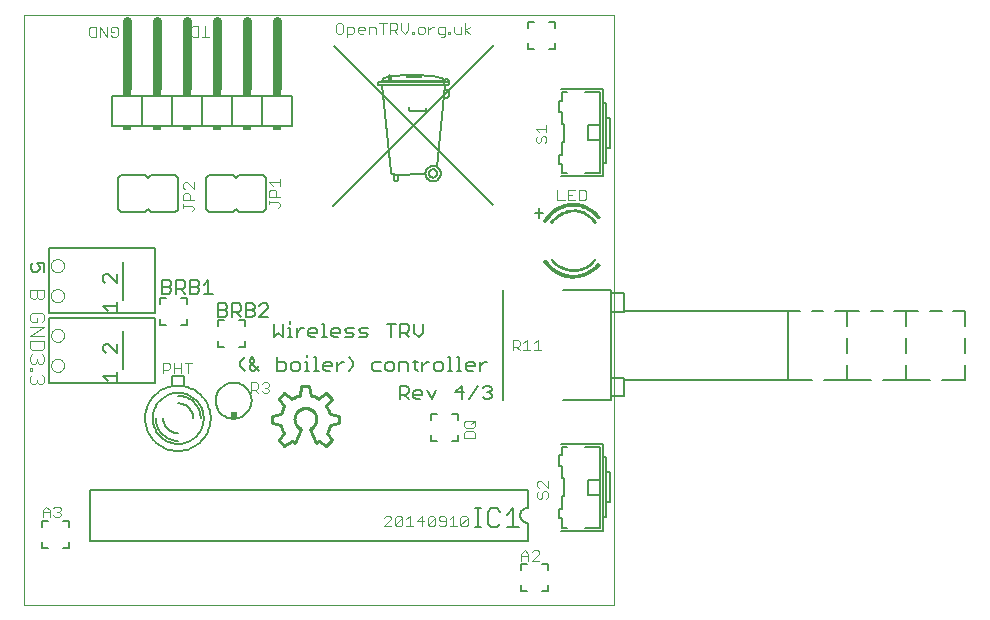
<source format=gto>
G75*
%MOIN*%
%OFA0B0*%
%FSLAX24Y24*%
%IPPOS*%
%LPD*%
%AMOC8*
5,1,8,0,0,1.08239X$1,22.5*
%
%ADD10C,0.0000*%
%ADD11C,0.0050*%
%ADD12C,0.0040*%
%ADD13C,0.0079*%
%ADD14C,0.0100*%
%ADD15C,0.0060*%
%ADD16C,0.0006*%
%ADD17C,0.0010*%
%ADD18C,0.0080*%
%ADD19C,0.0300*%
%ADD20R,0.0300X0.0200*%
%ADD21R,0.0300X0.0130*%
%ADD22R,0.0240X0.0230*%
%ADD23C,0.0070*%
D10*
X000350Y000350D02*
X000350Y020035D01*
X020035Y020035D01*
X020035Y000350D01*
X000350Y000350D01*
X001267Y008344D02*
X001269Y008373D01*
X001275Y008401D01*
X001284Y008429D01*
X001297Y008455D01*
X001314Y008478D01*
X001333Y008500D01*
X001355Y008519D01*
X001380Y008534D01*
X001406Y008547D01*
X001434Y008555D01*
X001462Y008560D01*
X001491Y008561D01*
X001520Y008558D01*
X001548Y008551D01*
X001575Y008541D01*
X001601Y008527D01*
X001624Y008510D01*
X001645Y008490D01*
X001663Y008467D01*
X001678Y008442D01*
X001689Y008415D01*
X001697Y008387D01*
X001701Y008358D01*
X001701Y008330D01*
X001697Y008301D01*
X001689Y008273D01*
X001678Y008246D01*
X001663Y008221D01*
X001645Y008198D01*
X001624Y008178D01*
X001601Y008161D01*
X001575Y008147D01*
X001548Y008137D01*
X001520Y008130D01*
X001491Y008127D01*
X001462Y008128D01*
X001434Y008133D01*
X001406Y008141D01*
X001380Y008154D01*
X001355Y008169D01*
X001333Y008188D01*
X001314Y008210D01*
X001297Y008233D01*
X001284Y008259D01*
X001275Y008287D01*
X001269Y008315D01*
X001267Y008344D01*
X001267Y009344D02*
X001269Y009373D01*
X001275Y009401D01*
X001284Y009429D01*
X001297Y009455D01*
X001314Y009478D01*
X001333Y009500D01*
X001355Y009519D01*
X001380Y009534D01*
X001406Y009547D01*
X001434Y009555D01*
X001462Y009560D01*
X001491Y009561D01*
X001520Y009558D01*
X001548Y009551D01*
X001575Y009541D01*
X001601Y009527D01*
X001624Y009510D01*
X001645Y009490D01*
X001663Y009467D01*
X001678Y009442D01*
X001689Y009415D01*
X001697Y009387D01*
X001701Y009358D01*
X001701Y009330D01*
X001697Y009301D01*
X001689Y009273D01*
X001678Y009246D01*
X001663Y009221D01*
X001645Y009198D01*
X001624Y009178D01*
X001601Y009161D01*
X001575Y009147D01*
X001548Y009137D01*
X001520Y009130D01*
X001491Y009127D01*
X001462Y009128D01*
X001434Y009133D01*
X001406Y009141D01*
X001380Y009154D01*
X001355Y009169D01*
X001333Y009188D01*
X001314Y009210D01*
X001297Y009233D01*
X001284Y009259D01*
X001275Y009287D01*
X001269Y009315D01*
X001267Y009344D01*
X001259Y010670D02*
X001261Y010699D01*
X001267Y010727D01*
X001276Y010755D01*
X001289Y010781D01*
X001306Y010804D01*
X001325Y010826D01*
X001347Y010845D01*
X001372Y010860D01*
X001398Y010873D01*
X001426Y010881D01*
X001454Y010886D01*
X001483Y010887D01*
X001512Y010884D01*
X001540Y010877D01*
X001567Y010867D01*
X001593Y010853D01*
X001616Y010836D01*
X001637Y010816D01*
X001655Y010793D01*
X001670Y010768D01*
X001681Y010741D01*
X001689Y010713D01*
X001693Y010684D01*
X001693Y010656D01*
X001689Y010627D01*
X001681Y010599D01*
X001670Y010572D01*
X001655Y010547D01*
X001637Y010524D01*
X001616Y010504D01*
X001593Y010487D01*
X001567Y010473D01*
X001540Y010463D01*
X001512Y010456D01*
X001483Y010453D01*
X001454Y010454D01*
X001426Y010459D01*
X001398Y010467D01*
X001372Y010480D01*
X001347Y010495D01*
X001325Y010514D01*
X001306Y010536D01*
X001289Y010559D01*
X001276Y010585D01*
X001267Y010613D01*
X001261Y010641D01*
X001259Y010670D01*
X001259Y011670D02*
X001261Y011699D01*
X001267Y011727D01*
X001276Y011755D01*
X001289Y011781D01*
X001306Y011804D01*
X001325Y011826D01*
X001347Y011845D01*
X001372Y011860D01*
X001398Y011873D01*
X001426Y011881D01*
X001454Y011886D01*
X001483Y011887D01*
X001512Y011884D01*
X001540Y011877D01*
X001567Y011867D01*
X001593Y011853D01*
X001616Y011836D01*
X001637Y011816D01*
X001655Y011793D01*
X001670Y011768D01*
X001681Y011741D01*
X001689Y011713D01*
X001693Y011684D01*
X001693Y011656D01*
X001689Y011627D01*
X001681Y011599D01*
X001670Y011572D01*
X001655Y011547D01*
X001637Y011524D01*
X001616Y011504D01*
X001593Y011487D01*
X001567Y011473D01*
X001540Y011463D01*
X001512Y011456D01*
X001483Y011453D01*
X001454Y011454D01*
X001426Y011459D01*
X001398Y011467D01*
X001372Y011480D01*
X001347Y011495D01*
X001325Y011514D01*
X001306Y011536D01*
X001289Y011559D01*
X001276Y011585D01*
X001267Y011613D01*
X001261Y011641D01*
X001259Y011670D01*
D11*
X001034Y011773D02*
X001034Y011473D01*
X000884Y011548D02*
X000809Y011473D01*
X000659Y011473D01*
X000584Y011548D01*
X000584Y011698D01*
X000659Y011773D01*
X000809Y011773D02*
X000884Y011623D01*
X000884Y011548D01*
X000809Y011773D02*
X001034Y011773D01*
X003001Y011321D02*
X003001Y011170D01*
X003076Y011095D01*
X003001Y011321D02*
X003076Y011396D01*
X003151Y011396D01*
X003451Y011095D01*
X003451Y011396D01*
X003451Y010461D02*
X003451Y010161D01*
X003451Y010311D02*
X003001Y010311D01*
X003151Y010161D01*
X003159Y009069D02*
X003084Y009069D01*
X003009Y008994D01*
X003009Y008844D01*
X003084Y008769D01*
X003159Y009069D02*
X003459Y008769D01*
X003459Y009069D01*
X003459Y008135D02*
X003459Y007835D01*
X003459Y007985D02*
X003009Y007985D01*
X003159Y007835D01*
X006833Y009965D02*
X007058Y009965D01*
X007133Y010040D01*
X007133Y010115D01*
X007058Y010190D01*
X006833Y010190D01*
X007058Y010190D02*
X007133Y010265D01*
X007133Y010340D01*
X007058Y010415D01*
X006833Y010415D01*
X006833Y009965D01*
X007293Y009965D02*
X007293Y010415D01*
X007518Y010415D01*
X007593Y010340D01*
X007593Y010190D01*
X007518Y010115D01*
X007293Y010115D01*
X007443Y010115D02*
X007593Y009965D01*
X007754Y009965D02*
X007979Y009965D01*
X008054Y010040D01*
X008054Y010115D01*
X007979Y010190D01*
X007754Y010190D01*
X007979Y010190D02*
X008054Y010265D01*
X008054Y010340D01*
X007979Y010415D01*
X007754Y010415D01*
X007754Y009965D01*
X008214Y009965D02*
X008514Y010265D01*
X008514Y010340D01*
X008439Y010415D01*
X008289Y010415D01*
X008214Y010340D01*
X008214Y009965D02*
X008514Y009965D01*
X008689Y009739D02*
X008689Y009289D01*
X008839Y009439D01*
X008989Y009289D01*
X008989Y009739D01*
X009149Y009589D02*
X009224Y009589D01*
X009224Y009289D01*
X009149Y009289D02*
X009299Y009289D01*
X009456Y009289D02*
X009456Y009589D01*
X009456Y009439D02*
X009606Y009589D01*
X009681Y009589D01*
X009840Y009514D02*
X009915Y009589D01*
X010065Y009589D01*
X010140Y009514D01*
X010140Y009439D01*
X009840Y009439D01*
X009840Y009364D02*
X009840Y009514D01*
X009840Y009364D02*
X009915Y009289D01*
X010065Y009289D01*
X010300Y009289D02*
X010450Y009289D01*
X010375Y009289D02*
X010375Y009739D01*
X010300Y009739D01*
X010607Y009514D02*
X010682Y009589D01*
X010832Y009589D01*
X010907Y009514D01*
X010907Y009439D01*
X010607Y009439D01*
X010607Y009364D02*
X010607Y009514D01*
X010607Y009364D02*
X010682Y009289D01*
X010832Y009289D01*
X011067Y009289D02*
X011293Y009289D01*
X011368Y009364D01*
X011293Y009439D01*
X011143Y009439D01*
X011067Y009514D01*
X011143Y009589D01*
X011368Y009589D01*
X011528Y009514D02*
X011603Y009589D01*
X011828Y009589D01*
X011753Y009439D02*
X011603Y009439D01*
X011528Y009514D01*
X011528Y009289D02*
X011753Y009289D01*
X011828Y009364D01*
X011753Y009439D01*
X012449Y009739D02*
X012749Y009739D01*
X012599Y009739D02*
X012599Y009289D01*
X012909Y009289D02*
X012909Y009739D01*
X013134Y009739D01*
X013209Y009664D01*
X013209Y009514D01*
X013134Y009439D01*
X012909Y009439D01*
X013059Y009439D02*
X013209Y009289D01*
X013369Y009439D02*
X013520Y009289D01*
X013670Y009439D01*
X013670Y009739D01*
X013369Y009739D02*
X013369Y009439D01*
X014484Y008610D02*
X014559Y008610D01*
X014559Y008159D01*
X014484Y008159D02*
X014634Y008159D01*
X014790Y008159D02*
X014941Y008159D01*
X014866Y008159D02*
X014866Y008610D01*
X014790Y008610D01*
X015097Y008385D02*
X015172Y008460D01*
X015323Y008460D01*
X015398Y008385D01*
X015398Y008310D01*
X015097Y008310D01*
X015097Y008385D02*
X015097Y008234D01*
X015172Y008159D01*
X015323Y008159D01*
X015558Y008159D02*
X015558Y008460D01*
X015708Y008460D02*
X015783Y008460D01*
X015708Y008460D02*
X015558Y008310D01*
X015488Y007669D02*
X015188Y007218D01*
X014953Y007218D02*
X014953Y007669D01*
X014728Y007443D01*
X015028Y007443D01*
X015649Y007293D02*
X015724Y007218D01*
X015874Y007218D01*
X015949Y007293D01*
X015949Y007368D01*
X015874Y007443D01*
X015799Y007443D01*
X015874Y007443D02*
X015949Y007518D01*
X015949Y007594D01*
X015874Y007669D01*
X015724Y007669D01*
X015649Y007594D01*
X014323Y008234D02*
X014323Y008385D01*
X014248Y008460D01*
X014098Y008460D01*
X014023Y008385D01*
X014023Y008234D01*
X014098Y008159D01*
X014248Y008159D01*
X014323Y008234D01*
X013865Y008460D02*
X013790Y008460D01*
X013639Y008310D01*
X013639Y008460D02*
X013639Y008159D01*
X013483Y008159D02*
X013408Y008234D01*
X013408Y008535D01*
X013333Y008460D02*
X013483Y008460D01*
X013172Y008385D02*
X013172Y008159D01*
X013172Y008385D02*
X013097Y008460D01*
X012872Y008460D01*
X012872Y008159D01*
X012712Y008234D02*
X012712Y008385D01*
X012637Y008460D01*
X012487Y008460D01*
X012412Y008385D01*
X012412Y008234D01*
X012487Y008159D01*
X012637Y008159D01*
X012712Y008234D01*
X012252Y008159D02*
X012026Y008159D01*
X011951Y008234D01*
X011951Y008385D01*
X012026Y008460D01*
X012252Y008460D01*
X011334Y008460D02*
X011334Y008310D01*
X011184Y008159D01*
X011334Y008460D02*
X011184Y008610D01*
X011026Y008460D02*
X010951Y008460D01*
X010800Y008310D01*
X010800Y008460D02*
X010800Y008159D01*
X010640Y008310D02*
X010340Y008310D01*
X010340Y008385D02*
X010340Y008234D01*
X010415Y008159D01*
X010565Y008159D01*
X010640Y008310D02*
X010640Y008385D01*
X010565Y008460D01*
X010415Y008460D01*
X010340Y008385D01*
X010183Y008159D02*
X010033Y008159D01*
X010108Y008159D02*
X010108Y008610D01*
X010033Y008610D01*
X009801Y008610D02*
X009801Y008685D01*
X009801Y008460D02*
X009726Y008460D01*
X009801Y008460D02*
X009801Y008159D01*
X009726Y008159D02*
X009876Y008159D01*
X009566Y008234D02*
X009566Y008385D01*
X009491Y008460D01*
X009341Y008460D01*
X009266Y008385D01*
X009266Y008234D01*
X009341Y008159D01*
X009491Y008159D01*
X009566Y008234D01*
X009106Y008234D02*
X009106Y008385D01*
X009031Y008460D01*
X008805Y008460D01*
X008805Y008610D02*
X008805Y008159D01*
X009031Y008159D01*
X009106Y008234D01*
X008185Y008159D02*
X007885Y008460D01*
X007885Y008535D01*
X007960Y008610D01*
X008035Y008535D01*
X008035Y008460D01*
X007885Y008310D01*
X007885Y008234D01*
X007960Y008159D01*
X008035Y008159D01*
X008185Y008310D01*
X007728Y008159D02*
X007578Y008310D01*
X007578Y008460D01*
X007728Y008610D01*
X009224Y009739D02*
X009224Y009814D01*
X006655Y010735D02*
X006355Y010735D01*
X006505Y010735D02*
X006505Y011185D01*
X006355Y011035D01*
X006195Y011035D02*
X006119Y010960D01*
X005894Y010960D01*
X005734Y010960D02*
X005659Y010885D01*
X005434Y010885D01*
X005584Y010885D02*
X005734Y010735D01*
X005894Y010735D02*
X006119Y010735D01*
X006195Y010810D01*
X006195Y010885D01*
X006119Y010960D01*
X006195Y011035D02*
X006195Y011110D01*
X006119Y011185D01*
X005894Y011185D01*
X005894Y010735D01*
X005734Y010960D02*
X005734Y011110D01*
X005659Y011185D01*
X005434Y011185D01*
X005434Y010735D01*
X005274Y010810D02*
X005199Y010735D01*
X004974Y010735D01*
X004974Y011185D01*
X005199Y011185D01*
X005274Y011110D01*
X005274Y011035D01*
X005199Y010960D01*
X004974Y010960D01*
X005199Y010960D02*
X005274Y010885D01*
X005274Y010810D01*
X012886Y007669D02*
X012886Y007218D01*
X012886Y007368D02*
X013111Y007368D01*
X013186Y007443D01*
X013186Y007594D01*
X013111Y007669D01*
X012886Y007669D01*
X013036Y007368D02*
X013186Y007218D01*
X013347Y007293D02*
X013347Y007443D01*
X013422Y007518D01*
X013572Y007518D01*
X013647Y007443D01*
X013647Y007368D01*
X013347Y007368D01*
X013347Y007293D02*
X013422Y007218D01*
X013572Y007218D01*
X013807Y007518D02*
X013957Y007218D01*
X014107Y007518D01*
X017527Y013272D02*
X017527Y013582D01*
X017387Y013432D02*
X017677Y013432D01*
D12*
X018145Y013846D02*
X018381Y013846D01*
X018507Y013846D02*
X018743Y013846D01*
X018870Y013846D02*
X019047Y013846D01*
X019106Y013905D01*
X019106Y014141D01*
X019047Y014200D01*
X018870Y014200D01*
X018870Y013846D01*
X018625Y014023D02*
X018507Y014023D01*
X018507Y014200D02*
X018507Y013846D01*
X018145Y013846D02*
X018145Y014200D01*
X018507Y014200D02*
X018743Y014200D01*
X017721Y015759D02*
X017780Y015818D01*
X017780Y015936D01*
X017721Y015995D01*
X017662Y015995D01*
X017603Y015936D01*
X017603Y015818D01*
X017544Y015759D01*
X017485Y015759D01*
X017426Y015818D01*
X017426Y015936D01*
X017485Y015995D01*
X017544Y016121D02*
X017426Y016239D01*
X017780Y016239D01*
X017780Y016121D02*
X017780Y016357D01*
X014384Y019339D02*
X014384Y019634D01*
X014207Y019634D01*
X014148Y019575D01*
X014148Y019457D01*
X014207Y019398D01*
X014384Y019398D01*
X014384Y019339D02*
X014325Y019280D01*
X014266Y019280D01*
X014510Y019398D02*
X014569Y019398D01*
X014569Y019457D01*
X014510Y019457D01*
X014510Y019398D01*
X014691Y019457D02*
X014691Y019634D01*
X014691Y019457D02*
X014750Y019398D01*
X014927Y019398D01*
X014927Y019634D01*
X015054Y019752D02*
X015054Y019398D01*
X015054Y019516D02*
X015231Y019634D01*
X015054Y019516D02*
X015231Y019398D01*
X014023Y019634D02*
X013964Y019634D01*
X013846Y019516D01*
X013846Y019398D02*
X013846Y019634D01*
X013719Y019575D02*
X013660Y019634D01*
X013542Y019634D01*
X013483Y019575D01*
X013483Y019457D01*
X013542Y019398D01*
X013660Y019398D01*
X013719Y019457D01*
X013719Y019575D01*
X013361Y019457D02*
X013361Y019398D01*
X013302Y019398D01*
X013302Y019457D01*
X013361Y019457D01*
X013175Y019516D02*
X013175Y019752D01*
X012939Y019752D02*
X012939Y019516D01*
X013057Y019398D01*
X013175Y019516D01*
X012813Y019575D02*
X012754Y019516D01*
X012577Y019516D01*
X012695Y019516D02*
X012813Y019398D01*
X012813Y019575D02*
X012813Y019693D01*
X012754Y019752D01*
X012577Y019752D01*
X012577Y019398D01*
X012332Y019398D02*
X012332Y019752D01*
X012214Y019752D02*
X012450Y019752D01*
X012088Y019575D02*
X012088Y019398D01*
X012088Y019575D02*
X012029Y019634D01*
X011852Y019634D01*
X011852Y019398D01*
X011725Y019516D02*
X011489Y019516D01*
X011489Y019457D02*
X011489Y019575D01*
X011548Y019634D01*
X011666Y019634D01*
X011725Y019575D01*
X011725Y019516D01*
X011666Y019398D02*
X011548Y019398D01*
X011489Y019457D01*
X011363Y019457D02*
X011304Y019398D01*
X011127Y019398D01*
X011127Y019280D02*
X011127Y019634D01*
X011304Y019634D01*
X011363Y019575D01*
X011363Y019457D01*
X011000Y019457D02*
X011000Y019693D01*
X010941Y019752D01*
X010823Y019752D01*
X010764Y019693D01*
X010764Y019457D01*
X010823Y019398D01*
X010941Y019398D01*
X011000Y019457D01*
X006895Y019482D02*
X006777Y019482D01*
X006895Y019305D02*
X006659Y019305D01*
X006532Y019305D02*
X006296Y019305D01*
X006414Y019305D02*
X006414Y019659D01*
X006170Y019659D02*
X005993Y019659D01*
X005934Y019600D01*
X005934Y019364D01*
X005993Y019305D01*
X006170Y019305D01*
X006170Y019659D01*
X005807Y019659D02*
X005689Y019659D01*
X005748Y019659D02*
X005748Y019305D01*
X005807Y019305D02*
X005689Y019305D01*
X006895Y019305D02*
X006895Y019659D01*
X003490Y019578D02*
X003490Y019342D01*
X003431Y019283D01*
X003313Y019283D01*
X003254Y019342D01*
X003254Y019460D02*
X003372Y019460D01*
X003254Y019460D02*
X003254Y019578D01*
X003313Y019637D01*
X003431Y019637D01*
X003490Y019578D01*
X003127Y019637D02*
X003127Y019283D01*
X002891Y019637D01*
X002891Y019283D01*
X002765Y019283D02*
X002588Y019283D01*
X002529Y019342D01*
X002529Y019578D01*
X002588Y019637D01*
X002765Y019637D01*
X002765Y019283D01*
X008898Y014564D02*
X008898Y014328D01*
X008898Y014446D02*
X008544Y014446D01*
X008662Y014328D01*
X008603Y014202D02*
X008721Y014202D01*
X008780Y014143D01*
X008780Y013966D01*
X008898Y013966D02*
X008544Y013966D01*
X008544Y014143D01*
X008603Y014202D01*
X008544Y013839D02*
X008544Y013721D01*
X008544Y013780D02*
X008839Y013780D01*
X008898Y013721D01*
X008898Y013662D01*
X008839Y013603D01*
X006024Y013602D02*
X005965Y013661D01*
X005670Y013661D01*
X005670Y013602D02*
X005670Y013720D01*
X005670Y013847D02*
X005670Y014024D01*
X005729Y014083D01*
X005847Y014083D01*
X005906Y014024D01*
X005906Y013847D01*
X006024Y013847D02*
X005670Y013847D01*
X006024Y013602D02*
X006024Y013543D01*
X005965Y013484D01*
X006024Y014209D02*
X005788Y014445D01*
X005729Y014445D01*
X005670Y014386D01*
X005670Y014268D01*
X005729Y014209D01*
X006024Y014209D02*
X006024Y014445D01*
X001033Y010853D02*
X000572Y010853D01*
X000572Y010623D01*
X000649Y010546D01*
X000726Y010546D01*
X000803Y010623D01*
X000803Y010853D01*
X001033Y010853D02*
X001033Y010623D01*
X000956Y010546D01*
X000879Y010546D01*
X000803Y010623D01*
X000952Y010090D02*
X000645Y010090D01*
X000568Y010013D01*
X000568Y009860D01*
X000645Y009783D01*
X000798Y009783D01*
X000798Y009937D01*
X000952Y010090D02*
X001029Y010013D01*
X001029Y009860D01*
X000952Y009783D01*
X001029Y009630D02*
X000568Y009323D01*
X001029Y009323D01*
X001029Y009169D02*
X000568Y009169D01*
X000568Y008939D01*
X000645Y008862D01*
X000952Y008862D01*
X001029Y008939D01*
X001029Y009169D01*
X000948Y008711D02*
X001025Y008634D01*
X001025Y008480D01*
X000948Y008404D01*
X000872Y008404D01*
X000795Y008480D01*
X000718Y008404D01*
X000641Y008404D01*
X000565Y008480D01*
X000565Y008634D01*
X000641Y008711D01*
X000795Y008557D02*
X000795Y008480D01*
X000641Y008250D02*
X000641Y008173D01*
X000565Y008173D01*
X000565Y008250D01*
X000641Y008250D01*
X000641Y008020D02*
X000565Y007943D01*
X000565Y007790D01*
X000641Y007713D01*
X000718Y007713D01*
X000795Y007790D01*
X000795Y007867D01*
X000795Y007790D02*
X000872Y007713D01*
X000948Y007713D01*
X001025Y007790D01*
X001025Y007943D01*
X000948Y008020D01*
X001029Y009630D02*
X000568Y009630D01*
X004996Y008437D02*
X004996Y008083D01*
X004996Y008201D02*
X005173Y008201D01*
X005232Y008260D01*
X005232Y008378D01*
X005173Y008437D01*
X004996Y008437D01*
X005359Y008437D02*
X005359Y008083D01*
X005359Y008260D02*
X005595Y008260D01*
X005595Y008437D02*
X005595Y008083D01*
X005839Y008083D02*
X005839Y008437D01*
X005721Y008437D02*
X005957Y008437D01*
X007932Y007776D02*
X007932Y007422D01*
X007932Y007540D02*
X008109Y007540D01*
X008168Y007599D01*
X008168Y007717D01*
X008109Y007776D01*
X007932Y007776D01*
X008294Y007717D02*
X008353Y007776D01*
X008471Y007776D01*
X008530Y007717D01*
X008530Y007658D01*
X008471Y007599D01*
X008530Y007540D01*
X008530Y007481D01*
X008471Y007422D01*
X008353Y007422D01*
X008294Y007481D01*
X008168Y007422D02*
X008050Y007540D01*
X008412Y007599D02*
X008471Y007599D01*
X015039Y006448D02*
X015098Y006507D01*
X015334Y006507D01*
X015393Y006448D01*
X015393Y006330D01*
X015334Y006271D01*
X015098Y006271D01*
X015039Y006330D01*
X015039Y006448D01*
X015275Y006389D02*
X015393Y006507D01*
X015334Y006145D02*
X015098Y006145D01*
X015039Y006086D01*
X015039Y005909D01*
X015393Y005909D01*
X015393Y006086D01*
X015334Y006145D01*
X017463Y004445D02*
X017522Y004504D01*
X017581Y004504D01*
X017817Y004268D01*
X017817Y004504D01*
X017463Y004445D02*
X017463Y004327D01*
X017522Y004268D01*
X017522Y004141D02*
X017463Y004082D01*
X017463Y003964D01*
X017522Y003905D01*
X017581Y003905D01*
X017640Y003964D01*
X017640Y004082D01*
X017699Y004141D01*
X017758Y004141D01*
X017817Y004082D01*
X017817Y003964D01*
X017758Y003905D01*
X015149Y003273D02*
X015149Y003037D01*
X015090Y002978D01*
X014972Y002978D01*
X014913Y003037D01*
X015149Y003273D01*
X015090Y003332D01*
X014972Y003332D01*
X014913Y003273D01*
X014913Y003037D01*
X014787Y002978D02*
X014551Y002978D01*
X014669Y002978D02*
X014669Y003332D01*
X014551Y003214D01*
X014424Y003273D02*
X014424Y003037D01*
X014365Y002978D01*
X014247Y002978D01*
X014188Y003037D01*
X014062Y003037D02*
X014003Y002978D01*
X013885Y002978D01*
X013826Y003037D01*
X014062Y003273D01*
X014062Y003037D01*
X014188Y003214D02*
X014247Y003155D01*
X014424Y003155D01*
X014424Y003273D02*
X014365Y003332D01*
X014247Y003332D01*
X014188Y003273D01*
X014188Y003214D01*
X014062Y003273D02*
X014003Y003332D01*
X013885Y003332D01*
X013826Y003273D01*
X013826Y003037D01*
X013699Y003155D02*
X013463Y003155D01*
X013640Y003332D01*
X013640Y002978D01*
X013337Y002978D02*
X013101Y002978D01*
X013219Y002978D02*
X013219Y003332D01*
X013101Y003214D01*
X012974Y003273D02*
X012738Y003037D01*
X012797Y002978D01*
X012915Y002978D01*
X012974Y003037D01*
X012974Y003273D01*
X012915Y003332D01*
X012797Y003332D01*
X012738Y003273D01*
X012738Y003037D01*
X012612Y002978D02*
X012376Y002978D01*
X012612Y003214D01*
X012612Y003273D01*
X012553Y003332D01*
X012435Y003332D01*
X012376Y003273D01*
X016941Y002064D02*
X016941Y001828D01*
X016941Y002005D02*
X017177Y002005D01*
X017177Y002064D02*
X017177Y001828D01*
X017304Y001828D02*
X017540Y002064D01*
X017540Y002123D01*
X017481Y002182D01*
X017363Y002182D01*
X017304Y002123D01*
X017177Y002064D02*
X017059Y002182D01*
X016941Y002064D01*
X017304Y001828D02*
X017540Y001828D01*
X017491Y008844D02*
X017491Y009198D01*
X017373Y009080D01*
X017373Y008844D02*
X017609Y008844D01*
X017246Y008844D02*
X017010Y008844D01*
X017128Y008844D02*
X017128Y009198D01*
X017010Y009080D01*
X016884Y009021D02*
X016825Y008962D01*
X016648Y008962D01*
X016648Y008844D02*
X016648Y009198D01*
X016825Y009198D01*
X016884Y009139D01*
X016884Y009021D01*
X016766Y008962D02*
X016884Y008844D01*
X001582Y003577D02*
X001582Y003518D01*
X001523Y003459D01*
X001582Y003400D01*
X001582Y003341D01*
X001523Y003282D01*
X001405Y003282D01*
X001346Y003341D01*
X001219Y003282D02*
X001219Y003518D01*
X001101Y003636D01*
X000983Y003518D01*
X000983Y003282D01*
X000983Y003459D02*
X001219Y003459D01*
X001346Y003577D02*
X001405Y003636D01*
X001523Y003636D01*
X001582Y003577D01*
X001523Y003459D02*
X001464Y003459D01*
D13*
X010679Y013670D02*
X016033Y019024D01*
X014547Y017794D02*
X014547Y017784D01*
X014547Y017794D02*
X012204Y017794D01*
X012194Y017794D01*
X012185Y017794D01*
X012194Y017794D02*
X012204Y017794D01*
X012185Y017794D02*
X012176Y017793D01*
X012167Y017788D01*
X012161Y017782D01*
X012156Y017773D01*
X012155Y017764D01*
X012155Y017745D01*
X012155Y017715D01*
X012157Y017707D01*
X012161Y017701D01*
X012167Y017697D01*
X012175Y017695D01*
X012332Y017695D01*
X013179Y017695D01*
X013986Y017695D01*
X014458Y017695D01*
X014399Y017685D02*
X014124Y014969D01*
X013858Y014743D02*
X013860Y014766D01*
X013866Y014789D01*
X013876Y014810D01*
X013889Y014830D01*
X013905Y014847D01*
X013924Y014861D01*
X013945Y014871D01*
X013967Y014878D01*
X013990Y014881D01*
X014014Y014880D01*
X014036Y014875D01*
X014058Y014866D01*
X014078Y014854D01*
X014096Y014838D01*
X014110Y014820D01*
X014122Y014800D01*
X014130Y014778D01*
X014134Y014755D01*
X014134Y014731D01*
X014130Y014708D01*
X014122Y014686D01*
X014110Y014666D01*
X014096Y014648D01*
X014078Y014632D01*
X014058Y014620D01*
X014036Y014611D01*
X014014Y014606D01*
X013990Y014605D01*
X013967Y014608D01*
X013945Y014615D01*
X013924Y014625D01*
X013905Y014639D01*
X013889Y014656D01*
X013876Y014676D01*
X013866Y014697D01*
X013860Y014720D01*
X013858Y014743D01*
X013730Y014713D02*
X012736Y014703D01*
X012706Y014684D02*
X012706Y014556D01*
X012707Y014543D01*
X012712Y014530D01*
X012719Y014519D01*
X012728Y014510D01*
X012739Y014503D01*
X012752Y014498D01*
X012765Y014497D01*
X012785Y014497D01*
X012798Y014499D01*
X012810Y014504D01*
X012820Y014511D01*
X012827Y014522D01*
X012832Y014533D01*
X012834Y014546D01*
X012834Y014684D01*
X012676Y014712D02*
X012659Y014716D01*
X012644Y014722D01*
X012629Y014732D01*
X012617Y014744D01*
X012607Y014759D01*
X012601Y014774D01*
X012597Y014791D01*
X012598Y014792D02*
X012313Y017685D01*
X012322Y017823D02*
X014360Y017823D01*
X014389Y017823D02*
X014391Y017836D01*
X014390Y017849D01*
X014386Y017862D01*
X014379Y017873D01*
X014369Y017882D01*
X014341Y017794D02*
X014343Y017813D01*
X014348Y017832D01*
X014358Y017848D01*
X014370Y017863D01*
X014385Y017875D01*
X014401Y017885D01*
X014420Y017890D01*
X014439Y017892D01*
X014458Y017890D01*
X014477Y017885D01*
X014493Y017875D01*
X014508Y017863D01*
X014520Y017848D01*
X014530Y017832D01*
X014535Y017813D01*
X014537Y017794D01*
X014535Y017775D01*
X014530Y017756D01*
X014520Y017740D01*
X014508Y017725D01*
X014493Y017713D01*
X014477Y017703D01*
X014458Y017698D01*
X014439Y017696D01*
X014420Y017698D01*
X014401Y017703D01*
X014385Y017713D01*
X014370Y017725D01*
X014358Y017740D01*
X014348Y017756D01*
X014343Y017775D01*
X014341Y017794D01*
X014458Y017695D02*
X014475Y017697D01*
X014492Y017702D01*
X014507Y017710D01*
X014521Y017721D01*
X014532Y017735D01*
X014540Y017750D01*
X014545Y017767D01*
X014547Y017784D01*
X014439Y017519D02*
X014426Y017517D01*
X014412Y017517D01*
X014399Y017519D01*
X014438Y017518D02*
X014456Y017520D01*
X014473Y017518D01*
X014490Y017513D01*
X014506Y017505D01*
X014520Y017494D01*
X014531Y017480D01*
X014539Y017464D01*
X014544Y017448D01*
X014546Y017430D01*
X014547Y017430D02*
X014547Y017371D01*
X014546Y017371D02*
X014545Y017354D01*
X014540Y017337D01*
X014533Y017322D01*
X014523Y017308D01*
X014511Y017296D01*
X014497Y017286D01*
X014482Y017279D01*
X014465Y017274D01*
X014448Y017273D01*
X014448Y017272D02*
X014380Y017272D01*
X014370Y017882D02*
X014351Y017894D01*
X014331Y017904D01*
X014311Y017912D01*
X013789Y018000D02*
X013602Y018010D01*
X013592Y018040D02*
X013592Y017961D01*
X013139Y017961D01*
X013139Y018040D01*
X013592Y018040D01*
X013139Y018010D02*
X013090Y018010D01*
X012528Y018001D02*
X012527Y017971D01*
X012528Y017941D01*
X012529Y017941D02*
X012539Y017843D01*
X012362Y017922D02*
X012347Y017913D01*
X012335Y017902D01*
X012324Y017889D01*
X012317Y017874D01*
X012312Y017857D01*
X012311Y017840D01*
X012313Y017824D01*
X012529Y018001D02*
X012532Y018009D01*
X012537Y018017D01*
X012545Y018021D01*
X012554Y018023D01*
X012563Y018021D01*
X012571Y018017D01*
X012576Y018009D01*
X012579Y018001D01*
X012578Y018001D02*
X012582Y017952D01*
X012582Y017902D01*
X012578Y017853D01*
X012480Y017961D02*
X012440Y017950D01*
X012400Y017937D01*
X012362Y017921D01*
X013189Y016947D02*
X013189Y016918D01*
X013189Y016888D01*
X013190Y016875D01*
X013195Y016862D01*
X013202Y016851D01*
X013211Y016842D01*
X013222Y016835D01*
X013235Y016830D01*
X013248Y016829D01*
X013710Y016829D01*
X013710Y016830D02*
X013720Y016831D01*
X013730Y016835D01*
X013738Y016841D01*
X013744Y016850D01*
X013748Y016859D01*
X013749Y016869D01*
X013750Y016869D02*
X013750Y016937D01*
X012598Y017981D02*
X012539Y017972D01*
X012480Y017961D01*
X010698Y019004D02*
X016013Y013689D01*
X013740Y014743D02*
X013742Y014774D01*
X013748Y014805D01*
X013757Y014835D01*
X013770Y014864D01*
X013787Y014891D01*
X013807Y014915D01*
X013829Y014937D01*
X013855Y014956D01*
X013882Y014972D01*
X013911Y014984D01*
X013941Y014993D01*
X013972Y014998D01*
X014004Y014999D01*
X014035Y014996D01*
X014066Y014989D01*
X014096Y014979D01*
X014124Y014965D01*
X014150Y014947D01*
X014174Y014927D01*
X014195Y014903D01*
X014214Y014878D01*
X014229Y014850D01*
X014240Y014821D01*
X014248Y014790D01*
X014252Y014759D01*
X014252Y014727D01*
X014248Y014696D01*
X014240Y014665D01*
X014229Y014636D01*
X014214Y014608D01*
X014195Y014583D01*
X014174Y014559D01*
X014150Y014539D01*
X014124Y014521D01*
X014096Y014507D01*
X014066Y014497D01*
X014035Y014490D01*
X014004Y014487D01*
X013972Y014488D01*
X013941Y014493D01*
X013911Y014502D01*
X013882Y014514D01*
X013855Y014530D01*
X013829Y014549D01*
X013807Y014571D01*
X013787Y014595D01*
X013770Y014622D01*
X013757Y014651D01*
X013748Y014681D01*
X013742Y014712D01*
X013740Y014743D01*
X012736Y014704D02*
X012707Y014710D01*
X012677Y014714D01*
X012598Y017980D02*
X012721Y017993D01*
X012843Y018003D01*
X012967Y018008D01*
X013090Y018010D01*
X014114Y017961D02*
X014180Y017947D01*
X014246Y017931D01*
X014311Y017912D01*
X014114Y017961D02*
X014034Y017975D01*
X013953Y017987D01*
X013871Y017995D01*
X013789Y018001D01*
D14*
X009877Y007659D02*
X009607Y007659D01*
X009557Y007339D01*
X009307Y007239D02*
X009047Y007419D01*
X008857Y007239D01*
X009037Y006979D01*
X008927Y006729D02*
X008627Y006669D01*
X008627Y006409D01*
X008927Y006359D01*
X009027Y006089D02*
X008867Y005849D01*
X009047Y005659D01*
X009287Y005829D01*
X009387Y005769D01*
X009587Y006219D01*
X009907Y006219D02*
X010097Y005769D01*
X010197Y005829D01*
X010437Y005659D01*
X010627Y005849D01*
X010457Y006089D01*
X010557Y006359D02*
X010857Y006409D01*
X010857Y006669D01*
X010557Y006729D01*
X010447Y006979D02*
X010627Y007239D01*
X010437Y007419D01*
X010177Y007239D01*
X009927Y007339D02*
X009877Y007659D01*
X009907Y006229D02*
X009940Y006247D01*
X009970Y006268D01*
X009999Y006292D01*
X010025Y006319D01*
X010047Y006348D01*
X010067Y006380D01*
X010084Y006413D01*
X010097Y006448D01*
X010106Y006484D01*
X010112Y006521D01*
X010114Y006558D01*
X010112Y006595D01*
X010107Y006632D01*
X010097Y006668D01*
X010085Y006703D01*
X010068Y006737D01*
X010049Y006768D01*
X010026Y006798D01*
X010000Y006825D01*
X009972Y006849D01*
X009941Y006870D01*
X009909Y006888D01*
X009875Y006903D01*
X009839Y006914D01*
X009803Y006922D01*
X009766Y006926D01*
X009728Y006926D01*
X009691Y006922D01*
X009655Y006914D01*
X009619Y006903D01*
X009585Y006888D01*
X009553Y006870D01*
X009522Y006849D01*
X009494Y006825D01*
X009468Y006798D01*
X009445Y006768D01*
X009426Y006737D01*
X009409Y006703D01*
X009397Y006668D01*
X009387Y006632D01*
X009382Y006595D01*
X009380Y006558D01*
X009382Y006521D01*
X009388Y006484D01*
X009397Y006448D01*
X009410Y006413D01*
X009427Y006380D01*
X009447Y006348D01*
X009469Y006319D01*
X009495Y006292D01*
X009524Y006268D01*
X009554Y006247D01*
X009587Y006229D01*
X010458Y006089D02*
X010481Y006130D01*
X010502Y006173D01*
X010520Y006218D01*
X010535Y006263D01*
X010548Y006309D01*
X010558Y006356D01*
X010556Y006730D02*
X010541Y006782D01*
X010522Y006833D01*
X010500Y006883D01*
X010475Y006931D01*
X010446Y006978D01*
X010181Y007241D02*
X010134Y007268D01*
X010085Y007291D01*
X010035Y007311D01*
X009984Y007328D01*
X009932Y007342D01*
X009550Y007340D02*
X009500Y007327D01*
X009451Y007310D01*
X009403Y007291D01*
X009356Y007268D01*
X009311Y007243D01*
X009038Y006975D02*
X009011Y006928D01*
X008987Y006881D01*
X008966Y006832D01*
X008948Y006781D01*
X008934Y006730D01*
X008928Y006358D02*
X008941Y006302D01*
X008958Y006247D01*
X008979Y006194D01*
X009003Y006142D01*
X009031Y006092D01*
D15*
X006751Y007170D02*
X006753Y007219D01*
X006759Y007267D01*
X006769Y007315D01*
X006783Y007362D01*
X006800Y007408D01*
X006821Y007452D01*
X006846Y007494D01*
X006874Y007534D01*
X006906Y007572D01*
X006940Y007607D01*
X006977Y007639D01*
X007016Y007668D01*
X007058Y007694D01*
X007102Y007716D01*
X007147Y007734D01*
X007194Y007749D01*
X007241Y007760D01*
X007290Y007767D01*
X007339Y007770D01*
X007388Y007769D01*
X007436Y007764D01*
X007485Y007755D01*
X007532Y007742D01*
X007578Y007725D01*
X007622Y007705D01*
X007665Y007681D01*
X007706Y007654D01*
X007744Y007623D01*
X007780Y007590D01*
X007812Y007554D01*
X007842Y007515D01*
X007869Y007474D01*
X007892Y007430D01*
X007911Y007385D01*
X007927Y007339D01*
X007939Y007292D01*
X007947Y007243D01*
X007951Y007194D01*
X007951Y007146D01*
X007947Y007097D01*
X007939Y007048D01*
X007927Y007001D01*
X007911Y006955D01*
X007892Y006910D01*
X007869Y006866D01*
X007842Y006825D01*
X007812Y006786D01*
X007780Y006750D01*
X007744Y006717D01*
X007706Y006686D01*
X007665Y006659D01*
X007622Y006635D01*
X007578Y006615D01*
X007532Y006598D01*
X007485Y006585D01*
X007436Y006576D01*
X007388Y006571D01*
X007339Y006570D01*
X007290Y006573D01*
X007241Y006580D01*
X007194Y006591D01*
X007147Y006606D01*
X007102Y006624D01*
X007058Y006646D01*
X007016Y006672D01*
X006977Y006701D01*
X006940Y006733D01*
X006906Y006768D01*
X006874Y006806D01*
X006846Y006846D01*
X006821Y006888D01*
X006800Y006932D01*
X006783Y006978D01*
X006769Y007025D01*
X006759Y007073D01*
X006753Y007121D01*
X006751Y007170D01*
X005683Y007660D02*
X005683Y007980D01*
X005313Y007980D01*
X005313Y007650D01*
X004734Y007753D02*
X001194Y007753D01*
X001194Y009934D01*
X004734Y009934D01*
X004734Y007753D01*
X003666Y008210D02*
X003666Y009480D01*
X004726Y010080D02*
X001186Y010080D01*
X001186Y012261D01*
X004726Y012261D01*
X004726Y010080D01*
X004900Y009893D02*
X004900Y009693D01*
X005100Y009693D01*
X005600Y009693D02*
X005800Y009693D01*
X005800Y009893D01*
X005800Y010393D02*
X005800Y010593D01*
X005600Y010593D01*
X005100Y010593D02*
X004900Y010593D01*
X004900Y010393D01*
X003657Y010536D02*
X003657Y011806D01*
X006430Y013553D02*
X006530Y013451D01*
X007330Y013451D01*
X007430Y013553D01*
X007530Y013451D01*
X008330Y013451D01*
X008430Y013553D01*
X008428Y014575D01*
X008328Y014675D01*
X007528Y014675D01*
X007428Y014575D01*
X007328Y014675D01*
X006528Y014675D01*
X006433Y014594D01*
X006430Y013553D01*
X005504Y013539D02*
X005507Y014579D01*
X005407Y014682D01*
X004607Y014682D01*
X004507Y014579D01*
X004407Y014682D01*
X003607Y014682D01*
X003507Y014579D01*
X003509Y013558D01*
X003609Y013458D01*
X004409Y013458D01*
X004509Y013558D01*
X004609Y013458D01*
X005409Y013458D01*
X005504Y013539D01*
X005304Y016339D02*
X004304Y016339D01*
X004304Y017339D01*
X005304Y017339D01*
X006304Y017339D01*
X007304Y017339D01*
X008304Y017339D01*
X009304Y017339D01*
X009304Y016339D01*
X008304Y016339D01*
X008304Y017339D01*
X007304Y017339D02*
X007304Y016339D01*
X008304Y016339D01*
X007304Y016339D02*
X006304Y016339D01*
X006304Y017339D01*
X005304Y017339D02*
X005304Y016339D01*
X006304Y016339D01*
X004304Y016339D02*
X003304Y016339D01*
X003304Y017339D01*
X004304Y017339D01*
X017150Y018900D02*
X017350Y018900D01*
X017150Y018900D02*
X017150Y019100D01*
X017850Y018900D02*
X018050Y018900D01*
X018050Y019100D01*
X018050Y019600D02*
X018050Y019800D01*
X017850Y019800D01*
X017350Y019800D02*
X017150Y019800D01*
X017150Y019600D01*
X018263Y017548D02*
X019663Y017548D01*
X019663Y017098D01*
X019663Y014648D01*
X018263Y014648D01*
X018287Y014746D02*
X018463Y014748D01*
X018287Y014746D02*
X018289Y015056D01*
X018189Y015056D01*
X018189Y015356D01*
X018289Y015356D01*
X018289Y015806D01*
X018366Y015807D01*
X018366Y016407D01*
X018289Y016406D01*
X018289Y016806D01*
X018189Y016806D01*
X018189Y017156D01*
X018289Y017156D01*
X018292Y017446D01*
X018463Y017448D01*
X019063Y017448D02*
X019563Y017448D01*
X019563Y016348D01*
X019163Y016348D01*
X019163Y015848D01*
X019563Y015848D01*
X019563Y016348D01*
X019763Y016598D02*
X019763Y017098D01*
X019663Y017098D01*
X019763Y016598D02*
X019913Y016598D01*
X019913Y015598D01*
X019763Y015598D01*
X019763Y016598D01*
X019563Y015848D02*
X019563Y014748D01*
X019063Y014748D01*
X019663Y015098D02*
X019763Y015098D01*
X019763Y015598D01*
X007730Y009872D02*
X007730Y009672D01*
X007730Y009872D02*
X007530Y009872D01*
X007030Y009872D02*
X006830Y009872D01*
X006830Y009672D01*
X006830Y009172D02*
X006830Y008972D01*
X007030Y008972D01*
X007530Y008972D02*
X007730Y008972D01*
X007730Y009172D01*
X004653Y006580D02*
X004655Y006638D01*
X004661Y006696D01*
X004671Y006753D01*
X004685Y006809D01*
X004702Y006865D01*
X004723Y006919D01*
X004748Y006971D01*
X004777Y007022D01*
X004809Y007070D01*
X004844Y007116D01*
X004882Y007160D01*
X004923Y007201D01*
X004967Y007239D01*
X005013Y007274D01*
X005061Y007306D01*
X005112Y007335D01*
X005164Y007360D01*
X005218Y007381D01*
X005274Y007398D01*
X005330Y007412D01*
X005387Y007422D01*
X005445Y007428D01*
X005503Y007430D01*
X005561Y007428D01*
X005619Y007422D01*
X005676Y007412D01*
X005732Y007398D01*
X005788Y007381D01*
X005842Y007360D01*
X005894Y007335D01*
X005945Y007306D01*
X005993Y007274D01*
X006039Y007239D01*
X006083Y007201D01*
X006124Y007160D01*
X006162Y007116D01*
X006197Y007070D01*
X006229Y007022D01*
X006258Y006971D01*
X006283Y006919D01*
X006304Y006865D01*
X006321Y006809D01*
X006335Y006753D01*
X006345Y006696D01*
X006351Y006638D01*
X006353Y006580D01*
X006351Y006522D01*
X006345Y006464D01*
X006335Y006407D01*
X006321Y006351D01*
X006304Y006295D01*
X006283Y006241D01*
X006258Y006189D01*
X006229Y006138D01*
X006197Y006090D01*
X006162Y006044D01*
X006124Y006000D01*
X006083Y005959D01*
X006039Y005921D01*
X005993Y005886D01*
X005945Y005854D01*
X005894Y005825D01*
X005842Y005800D01*
X005788Y005779D01*
X005732Y005762D01*
X005676Y005748D01*
X005619Y005738D01*
X005561Y005732D01*
X005503Y005730D01*
X005445Y005732D01*
X005387Y005738D01*
X005330Y005748D01*
X005274Y005762D01*
X005218Y005779D01*
X005164Y005800D01*
X005112Y005825D01*
X005061Y005854D01*
X005013Y005886D01*
X004967Y005921D01*
X004923Y005959D01*
X004882Y006000D01*
X004844Y006044D01*
X004809Y006090D01*
X004777Y006138D01*
X004748Y006189D01*
X004723Y006241D01*
X004702Y006295D01*
X004685Y006351D01*
X004671Y006407D01*
X004661Y006464D01*
X004655Y006522D01*
X004653Y006580D01*
X004403Y006580D02*
X004405Y006646D01*
X004411Y006711D01*
X004421Y006776D01*
X004435Y006841D01*
X004452Y006904D01*
X004474Y006967D01*
X004499Y007027D01*
X004528Y007087D01*
X004560Y007144D01*
X004596Y007199D01*
X004635Y007252D01*
X004677Y007303D01*
X004722Y007351D01*
X004770Y007396D01*
X004821Y007438D01*
X004874Y007477D01*
X004929Y007513D01*
X004986Y007545D01*
X005046Y007574D01*
X005106Y007599D01*
X005169Y007621D01*
X005232Y007638D01*
X005297Y007652D01*
X005362Y007662D01*
X005427Y007668D01*
X005493Y007670D01*
X005559Y007668D01*
X005624Y007662D01*
X005689Y007652D01*
X005754Y007638D01*
X005817Y007621D01*
X005880Y007599D01*
X005940Y007574D01*
X006000Y007545D01*
X006057Y007513D01*
X006112Y007477D01*
X006165Y007438D01*
X006216Y007396D01*
X006264Y007351D01*
X006309Y007303D01*
X006351Y007252D01*
X006390Y007199D01*
X006426Y007144D01*
X006458Y007087D01*
X006487Y007027D01*
X006512Y006967D01*
X006534Y006904D01*
X006551Y006841D01*
X006565Y006776D01*
X006575Y006711D01*
X006581Y006646D01*
X006583Y006580D01*
X006581Y006514D01*
X006575Y006449D01*
X006565Y006384D01*
X006551Y006319D01*
X006534Y006256D01*
X006512Y006193D01*
X006487Y006133D01*
X006458Y006073D01*
X006426Y006016D01*
X006390Y005961D01*
X006351Y005908D01*
X006309Y005857D01*
X006264Y005809D01*
X006216Y005764D01*
X006165Y005722D01*
X006112Y005683D01*
X006057Y005647D01*
X006000Y005615D01*
X005940Y005586D01*
X005880Y005561D01*
X005817Y005539D01*
X005754Y005522D01*
X005689Y005508D01*
X005624Y005498D01*
X005559Y005492D01*
X005493Y005490D01*
X005427Y005492D01*
X005362Y005498D01*
X005297Y005508D01*
X005232Y005522D01*
X005169Y005539D01*
X005106Y005561D01*
X005046Y005586D01*
X004986Y005615D01*
X004929Y005647D01*
X004874Y005683D01*
X004821Y005722D01*
X004770Y005764D01*
X004722Y005809D01*
X004677Y005857D01*
X004635Y005908D01*
X004596Y005961D01*
X004560Y006016D01*
X004528Y006073D01*
X004499Y006133D01*
X004474Y006193D01*
X004452Y006256D01*
X004435Y006319D01*
X004421Y006384D01*
X004411Y006449D01*
X004405Y006514D01*
X004403Y006580D01*
X004753Y006580D02*
X004755Y006526D01*
X004761Y006473D01*
X004770Y006421D01*
X004783Y006369D01*
X004800Y006318D01*
X004821Y006268D01*
X004845Y006221D01*
X004872Y006175D01*
X004903Y006131D01*
X004936Y006089D01*
X004973Y006050D01*
X005012Y006013D01*
X005054Y005980D01*
X005098Y005949D01*
X005144Y005922D01*
X005191Y005898D01*
X005241Y005877D01*
X005292Y005860D01*
X005344Y005847D01*
X005396Y005838D01*
X005449Y005832D01*
X005503Y005830D01*
X005503Y006080D02*
X005459Y006082D01*
X005416Y006088D01*
X005374Y006097D01*
X005332Y006110D01*
X005292Y006127D01*
X005253Y006147D01*
X005216Y006170D01*
X005182Y006197D01*
X005149Y006226D01*
X005120Y006259D01*
X005093Y006293D01*
X005070Y006330D01*
X005050Y006369D01*
X005033Y006409D01*
X005020Y006451D01*
X005011Y006493D01*
X005005Y006536D01*
X005003Y006580D01*
X005503Y007080D02*
X005547Y007078D01*
X005590Y007072D01*
X005632Y007063D01*
X005674Y007050D01*
X005714Y007033D01*
X005753Y007013D01*
X005790Y006990D01*
X005824Y006963D01*
X005857Y006934D01*
X005886Y006901D01*
X005913Y006867D01*
X005936Y006830D01*
X005956Y006791D01*
X005973Y006751D01*
X005986Y006709D01*
X005995Y006667D01*
X006001Y006624D01*
X006003Y006580D01*
X006253Y006580D02*
X006251Y006634D01*
X006245Y006687D01*
X006236Y006739D01*
X006223Y006791D01*
X006206Y006842D01*
X006185Y006892D01*
X006161Y006939D01*
X006134Y006985D01*
X006103Y007029D01*
X006070Y007071D01*
X006033Y007110D01*
X005994Y007147D01*
X005952Y007180D01*
X005908Y007211D01*
X005862Y007238D01*
X005815Y007262D01*
X005765Y007283D01*
X005714Y007300D01*
X005662Y007313D01*
X005610Y007322D01*
X005557Y007328D01*
X005503Y007330D01*
X002550Y004200D02*
X002550Y002500D01*
X017150Y002500D01*
X017150Y003100D01*
X017120Y003102D01*
X017090Y003107D01*
X017061Y003116D01*
X017034Y003129D01*
X017008Y003144D01*
X016984Y003163D01*
X016963Y003184D01*
X016944Y003208D01*
X016929Y003234D01*
X016916Y003261D01*
X016907Y003290D01*
X016902Y003320D01*
X016900Y003350D01*
X016902Y003380D01*
X016907Y003410D01*
X016916Y003439D01*
X016929Y003466D01*
X016944Y003492D01*
X016963Y003516D01*
X016984Y003537D01*
X017008Y003556D01*
X017034Y003571D01*
X017061Y003584D01*
X017090Y003593D01*
X017120Y003598D01*
X017150Y003600D01*
X017150Y004200D01*
X002550Y004200D01*
X001863Y003162D02*
X001663Y003162D01*
X001863Y003162D02*
X001863Y002962D01*
X001163Y003162D02*
X000963Y003162D01*
X000963Y002962D01*
X000963Y002462D02*
X000963Y002262D01*
X001163Y002262D01*
X001663Y002262D02*
X001863Y002262D01*
X001863Y002462D01*
X013930Y005819D02*
X014130Y005819D01*
X013930Y005819D02*
X013930Y006019D01*
X013930Y006519D02*
X013930Y006719D01*
X014130Y006719D01*
X014630Y006719D02*
X014830Y006719D01*
X014830Y006519D01*
X014830Y006019D02*
X014830Y005819D01*
X014630Y005819D01*
X018189Y005345D02*
X018189Y004995D01*
X018289Y004995D01*
X018289Y004595D01*
X018366Y004596D01*
X018366Y003996D01*
X018289Y003995D01*
X018289Y003545D01*
X018189Y003545D01*
X018189Y003245D01*
X018289Y003245D01*
X018287Y002935D01*
X018463Y002937D01*
X018263Y002837D02*
X019663Y002837D01*
X019663Y005287D01*
X019763Y005287D01*
X019763Y004787D01*
X019913Y004787D01*
X019913Y003787D01*
X019763Y003787D01*
X019763Y004787D01*
X019563Y004537D02*
X019563Y005637D01*
X019063Y005637D01*
X018463Y005637D02*
X018292Y005635D01*
X018289Y005345D01*
X018189Y005345D01*
X018263Y005737D02*
X019663Y005737D01*
X019663Y005287D01*
X019563Y004537D02*
X019163Y004537D01*
X019163Y004037D01*
X019563Y004037D01*
X019563Y004537D01*
X019563Y004037D02*
X019563Y002937D01*
X019063Y002937D01*
X019663Y003287D02*
X019763Y003287D01*
X019763Y003787D01*
X017821Y001708D02*
X017621Y001708D01*
X017821Y001708D02*
X017821Y001508D01*
X017121Y001708D02*
X016921Y001708D01*
X016921Y001508D01*
X016921Y001008D02*
X016921Y000808D01*
X017121Y000808D01*
X017621Y000808D02*
X017821Y000808D01*
X017821Y001008D01*
D16*
X018743Y011497D02*
X018740Y011551D01*
X018740Y011550D02*
X018796Y011556D01*
X018852Y011565D01*
X018906Y011578D01*
X018960Y011595D01*
X019013Y011615D01*
X019063Y011639D01*
X019113Y011667D01*
X019160Y011697D01*
X019205Y011731D01*
X019247Y011769D01*
X019287Y011808D01*
X019323Y011851D01*
X019357Y011896D01*
X019401Y011866D01*
X019402Y011865D01*
X019368Y011821D01*
X019332Y011778D01*
X019293Y011738D01*
X019252Y011701D01*
X019208Y011666D01*
X019162Y011634D01*
X019115Y011605D01*
X019065Y011580D01*
X019014Y011557D01*
X018962Y011538D01*
X018908Y011522D01*
X018854Y011510D01*
X018799Y011502D01*
X018743Y011497D01*
X018743Y011502D01*
X018798Y011507D01*
X018853Y011515D01*
X018907Y011527D01*
X018960Y011543D01*
X019012Y011562D01*
X019063Y011584D01*
X019112Y011610D01*
X019160Y011638D01*
X019205Y011670D01*
X019249Y011704D01*
X019290Y011742D01*
X019328Y011781D01*
X019364Y011824D01*
X019397Y011868D01*
X019393Y011871D01*
X019360Y011827D01*
X019325Y011785D01*
X019286Y011745D01*
X019245Y011708D01*
X019202Y011674D01*
X019157Y011642D01*
X019110Y011614D01*
X019061Y011589D01*
X019010Y011566D01*
X018959Y011548D01*
X018906Y011532D01*
X018852Y011520D01*
X018797Y011512D01*
X018743Y011506D01*
X018742Y011511D01*
X018797Y011516D01*
X018851Y011525D01*
X018904Y011537D01*
X018957Y011552D01*
X019009Y011571D01*
X019059Y011593D01*
X019107Y011618D01*
X019154Y011647D01*
X019199Y011678D01*
X019242Y011712D01*
X019283Y011749D01*
X019321Y011788D01*
X019356Y011830D01*
X019389Y011874D01*
X019385Y011877D01*
X019353Y011833D01*
X019317Y011792D01*
X019279Y011752D01*
X019239Y011716D01*
X019196Y011682D01*
X019152Y011651D01*
X019105Y011623D01*
X019057Y011598D01*
X019007Y011576D01*
X018955Y011557D01*
X018903Y011542D01*
X018850Y011530D01*
X018796Y011521D01*
X018742Y011516D01*
X018742Y011521D01*
X018796Y011526D01*
X018849Y011535D01*
X018902Y011547D01*
X018954Y011562D01*
X019005Y011580D01*
X019054Y011602D01*
X019102Y011627D01*
X019149Y011655D01*
X019193Y011686D01*
X019236Y011720D01*
X019276Y011756D01*
X019314Y011795D01*
X019349Y011836D01*
X019381Y011880D01*
X019377Y011882D01*
X019345Y011839D01*
X019310Y011798D01*
X019272Y011760D01*
X019232Y011723D01*
X019190Y011690D01*
X019146Y011659D01*
X019100Y011631D01*
X019052Y011607D01*
X019003Y011585D01*
X018952Y011567D01*
X018901Y011552D01*
X018848Y011540D01*
X018795Y011531D01*
X018741Y011526D01*
X018741Y011531D01*
X018794Y011536D01*
X018847Y011545D01*
X018899Y011556D01*
X018951Y011571D01*
X019001Y011590D01*
X019050Y011611D01*
X019098Y011636D01*
X019143Y011663D01*
X019187Y011694D01*
X019229Y011727D01*
X019269Y011763D01*
X019306Y011802D01*
X019341Y011842D01*
X019373Y011885D01*
X019369Y011888D01*
X019337Y011845D01*
X019302Y011805D01*
X019265Y011767D01*
X019226Y011731D01*
X019184Y011698D01*
X019141Y011668D01*
X019095Y011640D01*
X019048Y011616D01*
X018999Y011594D01*
X018949Y011576D01*
X018898Y011561D01*
X018846Y011550D01*
X018794Y011541D01*
X018741Y011536D01*
X018741Y011541D01*
X018797Y011547D01*
X018853Y011556D01*
X018909Y011569D01*
X018963Y011586D01*
X019016Y011607D01*
X019068Y011631D01*
X019117Y011659D01*
X019165Y011690D01*
X019210Y011725D01*
X019253Y011762D01*
X019293Y011802D01*
X019330Y011845D01*
X019365Y011891D01*
X019360Y011894D01*
X019327Y011849D01*
X019290Y011806D01*
X019250Y011766D01*
X019207Y011728D01*
X019162Y011694D01*
X019115Y011663D01*
X019065Y011636D01*
X019014Y011611D01*
X018961Y011591D01*
X018907Y011574D01*
X018852Y011561D01*
X018797Y011552D01*
X018740Y011546D01*
X018718Y013540D02*
X018719Y013486D01*
X018718Y013487D02*
X018659Y013485D01*
X018600Y013479D01*
X018541Y013469D01*
X018483Y013456D01*
X018426Y013439D01*
X018370Y013419D01*
X018316Y013395D01*
X018263Y013368D01*
X018211Y013338D01*
X018162Y013305D01*
X018115Y013269D01*
X018070Y013230D01*
X018028Y013188D01*
X017988Y013144D01*
X017951Y013098D01*
X017908Y013129D01*
X017908Y013130D01*
X017947Y013179D01*
X017989Y013225D01*
X018033Y013269D01*
X018081Y013311D01*
X018130Y013349D01*
X018183Y013384D01*
X018237Y013416D01*
X018293Y013444D01*
X018350Y013469D01*
X018409Y013490D01*
X018470Y013508D01*
X018531Y013522D01*
X018593Y013532D01*
X018655Y013538D01*
X018718Y013541D01*
X018718Y013536D01*
X018655Y013533D01*
X018593Y013527D01*
X018532Y013517D01*
X018471Y013503D01*
X018411Y013486D01*
X018352Y013464D01*
X018295Y013440D01*
X018239Y013411D01*
X018185Y013380D01*
X018133Y013345D01*
X018084Y013307D01*
X018037Y013266D01*
X017992Y013222D01*
X017950Y013176D01*
X017912Y013127D01*
X017916Y013124D01*
X017954Y013172D01*
X017996Y013219D01*
X018040Y013262D01*
X018087Y013303D01*
X018136Y013341D01*
X018188Y013375D01*
X018241Y013407D01*
X018297Y013435D01*
X018354Y013460D01*
X018412Y013481D01*
X018472Y013498D01*
X018533Y013512D01*
X018594Y013522D01*
X018656Y013528D01*
X018718Y013531D01*
X018718Y013526D01*
X018656Y013524D01*
X018595Y013517D01*
X018534Y013507D01*
X018473Y013494D01*
X018414Y013476D01*
X018356Y013455D01*
X018299Y013431D01*
X018244Y013403D01*
X018191Y013371D01*
X018139Y013337D01*
X018090Y013299D01*
X018043Y013258D01*
X017999Y013215D01*
X017958Y013169D01*
X017920Y013121D01*
X017924Y013118D01*
X017962Y013166D01*
X018003Y013212D01*
X018047Y013255D01*
X018093Y013295D01*
X018142Y013333D01*
X018193Y013367D01*
X018246Y013398D01*
X018301Y013426D01*
X018358Y013450D01*
X018415Y013471D01*
X018475Y013489D01*
X018535Y013502D01*
X018595Y013512D01*
X018656Y013519D01*
X018718Y013521D01*
X018718Y013516D01*
X018657Y013514D01*
X018596Y013507D01*
X018535Y013497D01*
X018476Y013484D01*
X018417Y013467D01*
X018359Y013446D01*
X018303Y013421D01*
X018249Y013394D01*
X018196Y013363D01*
X018145Y013329D01*
X018097Y013291D01*
X018050Y013251D01*
X018007Y013208D01*
X017966Y013163D01*
X017928Y013115D01*
X017932Y013112D01*
X017970Y013160D01*
X018010Y013205D01*
X018054Y013248D01*
X018100Y013287D01*
X018148Y013325D01*
X018199Y013359D01*
X018251Y013389D01*
X018305Y013417D01*
X018361Y013441D01*
X018419Y013462D01*
X018477Y013479D01*
X018536Y013493D01*
X018597Y013502D01*
X018657Y013509D01*
X018718Y013511D01*
X018718Y013506D01*
X018657Y013504D01*
X018597Y013497D01*
X018537Y013488D01*
X018478Y013474D01*
X018420Y013457D01*
X018363Y013436D01*
X018308Y013412D01*
X018253Y013385D01*
X018201Y013354D01*
X018151Y013320D01*
X018103Y013284D01*
X018057Y013244D01*
X018014Y013201D01*
X017973Y013156D01*
X017936Y013109D01*
X017940Y013106D01*
X017977Y013153D01*
X018017Y013198D01*
X018060Y013240D01*
X018106Y013280D01*
X018154Y013316D01*
X018204Y013350D01*
X018256Y013381D01*
X018310Y013408D01*
X018365Y013432D01*
X018422Y013452D01*
X018480Y013469D01*
X018538Y013483D01*
X018598Y013492D01*
X018658Y013499D01*
X018718Y013501D01*
X018718Y013496D01*
X018658Y013494D01*
X018598Y013488D01*
X018539Y013478D01*
X018481Y013464D01*
X018423Y013448D01*
X018367Y013427D01*
X018312Y013403D01*
X018258Y013376D01*
X018207Y013346D01*
X018157Y013312D01*
X018109Y013276D01*
X018064Y013237D01*
X018021Y013194D01*
X017981Y013150D01*
X017944Y013103D01*
X017948Y013100D01*
X017985Y013147D01*
X018025Y013191D01*
X018067Y013233D01*
X018112Y013272D01*
X018160Y013308D01*
X018209Y013342D01*
X018261Y013372D01*
X018314Y013399D01*
X018369Y013423D01*
X018425Y013443D01*
X018482Y013460D01*
X018540Y013473D01*
X018599Y013483D01*
X018659Y013489D01*
X018718Y013491D01*
X019417Y013116D02*
X019371Y013088D01*
X019371Y013089D02*
X019340Y013136D01*
X019306Y013181D01*
X019269Y013223D01*
X019229Y013263D01*
X019187Y013301D01*
X019142Y013335D01*
X019095Y013366D01*
X019046Y013394D01*
X018995Y013418D01*
X018942Y013440D01*
X018889Y013457D01*
X018834Y013471D01*
X018778Y013481D01*
X018722Y013487D01*
X018726Y013541D01*
X018782Y013535D01*
X018837Y013525D01*
X018892Y013512D01*
X018946Y013496D01*
X018998Y013476D01*
X019049Y013453D01*
X019099Y013426D01*
X019147Y013397D01*
X019192Y013365D01*
X019236Y013330D01*
X019278Y013292D01*
X019317Y013251D01*
X019353Y013209D01*
X019387Y013164D01*
X019417Y013117D01*
X019413Y013114D01*
X019383Y013161D01*
X019349Y013206D01*
X019313Y013248D01*
X019274Y013288D01*
X019233Y013326D01*
X019189Y013361D01*
X019144Y013393D01*
X019096Y013422D01*
X019047Y013448D01*
X018996Y013471D01*
X018944Y013491D01*
X018891Y013507D01*
X018836Y013520D01*
X018781Y013530D01*
X018726Y013536D01*
X018726Y013531D01*
X018781Y013525D01*
X018835Y013516D01*
X018889Y013503D01*
X018942Y013486D01*
X018994Y013467D01*
X019045Y013444D01*
X019094Y013418D01*
X019141Y013389D01*
X019186Y013357D01*
X019230Y013322D01*
X019271Y013285D01*
X019309Y013245D01*
X019345Y013202D01*
X019378Y013158D01*
X019409Y013112D01*
X019405Y013109D01*
X019374Y013155D01*
X019341Y013199D01*
X019306Y013241D01*
X019267Y013281D01*
X019226Y013318D01*
X019183Y013353D01*
X019138Y013384D01*
X019091Y013413D01*
X019043Y013439D01*
X018992Y013462D01*
X018941Y013481D01*
X018888Y013498D01*
X018834Y013511D01*
X018780Y013520D01*
X018725Y013526D01*
X018725Y013521D01*
X018783Y013515D01*
X018841Y013504D01*
X018898Y013490D01*
X018954Y013472D01*
X019008Y013450D01*
X019061Y013424D01*
X019112Y013395D01*
X019161Y013363D01*
X019208Y013327D01*
X019252Y013288D01*
X019294Y013247D01*
X019332Y013202D01*
X019368Y013155D01*
X019400Y013106D01*
X019396Y013104D01*
X019364Y013153D01*
X019329Y013199D01*
X019290Y013243D01*
X019249Y013285D01*
X019205Y013323D01*
X019159Y013358D01*
X019110Y013391D01*
X019059Y013420D01*
X019006Y013445D01*
X018952Y013467D01*
X018897Y013485D01*
X018840Y013499D01*
X018783Y013510D01*
X018724Y013516D01*
X018724Y013511D01*
X018782Y013505D01*
X018839Y013494D01*
X018895Y013480D01*
X018951Y013462D01*
X019004Y013440D01*
X019057Y013415D01*
X019107Y013386D01*
X019156Y013354D01*
X019202Y013319D01*
X019246Y013281D01*
X019287Y013240D01*
X019325Y013196D01*
X019360Y013150D01*
X019392Y013101D01*
X019387Y013099D01*
X019356Y013147D01*
X019321Y013193D01*
X019283Y013236D01*
X019242Y013277D01*
X019199Y013315D01*
X019153Y013350D01*
X019105Y013382D01*
X019054Y013411D01*
X019002Y013436D01*
X018949Y013457D01*
X018894Y013475D01*
X018838Y013489D01*
X018781Y013500D01*
X018724Y013506D01*
X018723Y013501D01*
X018780Y013495D01*
X018837Y013485D01*
X018893Y013471D01*
X018947Y013453D01*
X019000Y013431D01*
X019052Y013406D01*
X019102Y013378D01*
X019150Y013346D01*
X019195Y013311D01*
X019239Y013274D01*
X019279Y013233D01*
X019317Y013190D01*
X019352Y013144D01*
X019383Y013096D01*
X019379Y013093D01*
X019348Y013141D01*
X019313Y013187D01*
X019276Y013230D01*
X019235Y013270D01*
X019192Y013308D01*
X019147Y013342D01*
X019099Y013374D01*
X019050Y013402D01*
X018998Y013427D01*
X018945Y013448D01*
X018891Y013466D01*
X018836Y013480D01*
X018780Y013490D01*
X018723Y013496D01*
X018723Y013491D01*
X018779Y013485D01*
X018835Y013475D01*
X018890Y013461D01*
X018944Y013443D01*
X018996Y013422D01*
X019047Y013397D01*
X019097Y013369D01*
X019144Y013338D01*
X019189Y013304D01*
X019232Y013266D01*
X019272Y013226D01*
X019309Y013183D01*
X019343Y013138D01*
X019375Y013091D01*
X017916Y011864D02*
X017957Y011899D01*
X017957Y011898D02*
X017996Y011854D01*
X018038Y011813D01*
X018082Y011774D01*
X018128Y011738D01*
X018177Y011705D01*
X018227Y011674D01*
X018279Y011647D01*
X018333Y011623D01*
X018388Y011603D01*
X018444Y011585D01*
X018501Y011571D01*
X018559Y011561D01*
X018617Y011554D01*
X018676Y011550D01*
X018735Y011550D01*
X018736Y011497D01*
X018737Y011497D01*
X018675Y011496D01*
X018613Y011500D01*
X018551Y011507D01*
X018490Y011518D01*
X018430Y011533D01*
X018370Y011552D01*
X018312Y011573D01*
X018256Y011599D01*
X018201Y011627D01*
X018147Y011659D01*
X018096Y011694D01*
X018047Y011733D01*
X018001Y011774D01*
X017957Y011817D01*
X017915Y011864D01*
X017919Y011867D01*
X017960Y011821D01*
X018004Y011777D01*
X018050Y011736D01*
X018099Y011698D01*
X018150Y011664D01*
X018203Y011632D01*
X018258Y011603D01*
X018314Y011578D01*
X018372Y011556D01*
X018431Y011538D01*
X018491Y011523D01*
X018552Y011512D01*
X018613Y011505D01*
X018675Y011501D01*
X018737Y011502D01*
X018736Y011507D01*
X018675Y011506D01*
X018614Y011510D01*
X018553Y011517D01*
X018492Y011528D01*
X018432Y011543D01*
X018374Y011561D01*
X018316Y011583D01*
X018260Y011608D01*
X018206Y011636D01*
X018153Y011668D01*
X018102Y011702D01*
X018054Y011740D01*
X018007Y011781D01*
X017964Y011824D01*
X017923Y011870D01*
X017927Y011873D01*
X017968Y011828D01*
X018011Y011784D01*
X018057Y011744D01*
X018105Y011707D01*
X018156Y011672D01*
X018208Y011640D01*
X018262Y011612D01*
X018318Y011587D01*
X018375Y011566D01*
X018434Y011548D01*
X018493Y011533D01*
X018553Y011522D01*
X018614Y011515D01*
X018675Y011511D01*
X018736Y011512D01*
X018736Y011517D01*
X018675Y011516D01*
X018614Y011520D01*
X018554Y011527D01*
X018494Y011538D01*
X018435Y011552D01*
X018377Y011570D01*
X018320Y011592D01*
X018264Y011617D01*
X018210Y011645D01*
X018158Y011676D01*
X018108Y011711D01*
X018060Y011748D01*
X018014Y011788D01*
X017971Y011831D01*
X017931Y011876D01*
X017934Y011880D01*
X017975Y011834D01*
X018018Y011792D01*
X018063Y011752D01*
X018111Y011715D01*
X018161Y011680D01*
X018213Y011649D01*
X018267Y011621D01*
X018322Y011597D01*
X018378Y011575D01*
X018436Y011557D01*
X018495Y011543D01*
X018555Y011532D01*
X018615Y011525D01*
X018675Y011521D01*
X018736Y011522D01*
X018736Y011527D01*
X018675Y011526D01*
X018615Y011530D01*
X018555Y011537D01*
X018496Y011548D01*
X018438Y011562D01*
X018380Y011580D01*
X018324Y011601D01*
X018269Y011626D01*
X018215Y011654D01*
X018164Y011685D01*
X018114Y011719D01*
X018066Y011756D01*
X018021Y011795D01*
X017978Y011838D01*
X017938Y011883D01*
X017942Y011886D01*
X017982Y011841D01*
X018025Y011799D01*
X018070Y011759D01*
X018117Y011723D01*
X018166Y011689D01*
X018218Y011658D01*
X018271Y011630D01*
X018326Y011606D01*
X018382Y011585D01*
X018439Y011567D01*
X018497Y011553D01*
X018556Y011542D01*
X018616Y011535D01*
X018676Y011531D01*
X018735Y011531D01*
X018735Y011536D01*
X018676Y011536D01*
X018616Y011540D01*
X018557Y011547D01*
X018498Y011558D01*
X018440Y011572D01*
X018383Y011589D01*
X018328Y011610D01*
X018273Y011635D01*
X018220Y011662D01*
X018169Y011693D01*
X018120Y011727D01*
X018073Y011763D01*
X018028Y011803D01*
X017986Y011845D01*
X017946Y011889D01*
X017950Y011892D01*
X017989Y011848D01*
X018031Y011806D01*
X018076Y011767D01*
X018123Y011731D01*
X018172Y011697D01*
X018223Y011667D01*
X018275Y011639D01*
X018329Y011615D01*
X018385Y011594D01*
X018442Y011577D01*
X018499Y011563D01*
X018558Y011552D01*
X018617Y011545D01*
X018676Y011541D01*
X018735Y011541D01*
X018735Y011546D01*
X018676Y011546D01*
X018617Y011550D01*
X018558Y011557D01*
X018500Y011567D01*
X018443Y011581D01*
X018387Y011599D01*
X018331Y011620D01*
X018277Y011644D01*
X018225Y011671D01*
X018174Y011701D01*
X018126Y011735D01*
X018079Y011771D01*
X018035Y011810D01*
X017993Y011852D01*
X017954Y011896D01*
D17*
X017677Y011828D02*
X017754Y011874D01*
X017754Y011873D02*
X017789Y011819D01*
X017826Y011767D01*
X017867Y011718D01*
X017911Y011671D01*
X017958Y011627D01*
X018007Y011586D01*
X018059Y011548D01*
X018113Y011513D01*
X018169Y011482D01*
X018226Y011454D01*
X018286Y011430D01*
X018347Y011409D01*
X018408Y011392D01*
X018471Y011379D01*
X018535Y011370D01*
X018599Y011364D01*
X018663Y011363D01*
X018664Y011274D01*
X018664Y011273D01*
X018598Y011274D01*
X018533Y011279D01*
X018467Y011288D01*
X018403Y011301D01*
X018339Y011317D01*
X018276Y011337D01*
X018215Y011361D01*
X018155Y011388D01*
X018096Y011419D01*
X018040Y011452D01*
X017985Y011490D01*
X017933Y011530D01*
X017883Y011573D01*
X017836Y011619D01*
X017792Y011668D01*
X017750Y011719D01*
X017712Y011772D01*
X017676Y011828D01*
X017684Y011832D01*
X017719Y011777D01*
X017757Y011724D01*
X017799Y011673D01*
X017843Y011625D01*
X017890Y011580D01*
X017939Y011537D01*
X017991Y011497D01*
X018045Y011460D01*
X018101Y011426D01*
X018159Y011396D01*
X018218Y011369D01*
X018279Y011346D01*
X018341Y011326D01*
X018405Y011310D01*
X018469Y011297D01*
X018534Y011288D01*
X018599Y011283D01*
X018664Y011282D01*
X018664Y011291D01*
X018599Y011292D01*
X018534Y011297D01*
X018470Y011306D01*
X018407Y011318D01*
X018344Y011335D01*
X018282Y011354D01*
X018222Y011378D01*
X018163Y011404D01*
X018105Y011434D01*
X018050Y011468D01*
X017996Y011504D01*
X017945Y011544D01*
X017896Y011586D01*
X017849Y011631D01*
X017806Y011679D01*
X017765Y011730D01*
X017727Y011782D01*
X017692Y011837D01*
X017700Y011841D01*
X017734Y011787D01*
X017772Y011735D01*
X017812Y011685D01*
X017856Y011638D01*
X017902Y011593D01*
X017950Y011551D01*
X018001Y011511D01*
X018054Y011475D01*
X018110Y011442D01*
X018166Y011412D01*
X018225Y011386D01*
X018285Y011363D01*
X018346Y011343D01*
X018409Y011327D01*
X018472Y011315D01*
X018535Y011306D01*
X018599Y011301D01*
X018664Y011300D01*
X018664Y011309D01*
X018600Y011310D01*
X018536Y011315D01*
X018473Y011324D01*
X018411Y011336D01*
X018349Y011352D01*
X018288Y011371D01*
X018229Y011394D01*
X018170Y011420D01*
X018114Y011450D01*
X018059Y011483D01*
X018007Y011519D01*
X017956Y011558D01*
X017908Y011599D01*
X017862Y011644D01*
X017819Y011691D01*
X017779Y011740D01*
X017742Y011792D01*
X017707Y011846D01*
X017715Y011851D01*
X017749Y011797D01*
X017786Y011746D01*
X017826Y011697D01*
X017869Y011650D01*
X017914Y011606D01*
X017962Y011565D01*
X018012Y011526D01*
X018064Y011490D01*
X018118Y011458D01*
X018174Y011428D01*
X018232Y011402D01*
X018291Y011380D01*
X018351Y011361D01*
X018412Y011345D01*
X018475Y011333D01*
X018537Y011324D01*
X018600Y011319D01*
X018663Y011318D01*
X018663Y011327D01*
X018601Y011328D01*
X018538Y011333D01*
X018476Y011342D01*
X018414Y011354D01*
X018354Y011369D01*
X018294Y011388D01*
X018235Y011411D01*
X018178Y011437D01*
X018123Y011466D01*
X018069Y011498D01*
X018017Y011533D01*
X017967Y011572D01*
X017920Y011613D01*
X017875Y011656D01*
X017833Y011703D01*
X017793Y011751D01*
X017757Y011802D01*
X017723Y011855D01*
X017731Y011860D01*
X017764Y011807D01*
X017800Y011757D01*
X017840Y011709D01*
X017882Y011663D01*
X017926Y011619D01*
X017973Y011579D01*
X018022Y011541D01*
X018074Y011506D01*
X018127Y011474D01*
X018182Y011445D01*
X018239Y011419D01*
X018297Y011397D01*
X018356Y011378D01*
X018416Y011362D01*
X018477Y011350D01*
X018539Y011342D01*
X018601Y011337D01*
X018663Y011336D01*
X018663Y011345D01*
X018601Y011346D01*
X018540Y011351D01*
X018479Y011359D01*
X018418Y011371D01*
X018359Y011386D01*
X018300Y011405D01*
X018242Y011427D01*
X018186Y011453D01*
X018132Y011481D01*
X018079Y011513D01*
X018028Y011548D01*
X017979Y011585D01*
X017932Y011626D01*
X017888Y011669D01*
X017847Y011714D01*
X017808Y011762D01*
X017772Y011812D01*
X017738Y011864D01*
X017746Y011869D01*
X017779Y011817D01*
X017815Y011768D01*
X017853Y011720D01*
X017895Y011675D01*
X017938Y011632D01*
X017985Y011592D01*
X018033Y011555D01*
X018084Y011521D01*
X018136Y011489D01*
X018190Y011461D01*
X018246Y011436D01*
X018303Y011414D01*
X018361Y011395D01*
X018420Y011380D01*
X018480Y011368D01*
X018541Y011360D01*
X018602Y011355D01*
X018663Y011354D01*
X018675Y011274D02*
X018673Y011364D01*
X018673Y011363D02*
X018735Y011367D01*
X018796Y011374D01*
X018857Y011384D01*
X018917Y011398D01*
X018977Y011416D01*
X019035Y011436D01*
X019092Y011460D01*
X019147Y011488D01*
X019201Y011518D01*
X019253Y011551D01*
X019303Y011588D01*
X019351Y011627D01*
X019396Y011669D01*
X019439Y011713D01*
X019480Y011760D01*
X019549Y011704D01*
X019550Y011703D01*
X019506Y011652D01*
X019459Y011604D01*
X019410Y011559D01*
X019358Y011517D01*
X019304Y011477D01*
X019248Y011441D01*
X019189Y011408D01*
X019129Y011378D01*
X019067Y011352D01*
X019004Y011330D01*
X018940Y011311D01*
X018875Y011296D01*
X018809Y011285D01*
X018742Y011277D01*
X018675Y011273D01*
X018675Y011282D01*
X018741Y011286D01*
X018807Y011294D01*
X018873Y011305D01*
X018938Y011320D01*
X019001Y011338D01*
X019064Y011361D01*
X019125Y011387D01*
X019185Y011416D01*
X019243Y011449D01*
X019299Y011485D01*
X019353Y011524D01*
X019404Y011566D01*
X019453Y011611D01*
X019499Y011658D01*
X019543Y011709D01*
X019536Y011714D01*
X019493Y011665D01*
X019447Y011617D01*
X019398Y011573D01*
X019347Y011531D01*
X019294Y011492D01*
X019238Y011456D01*
X019181Y011424D01*
X019122Y011395D01*
X019061Y011369D01*
X018999Y011347D01*
X018935Y011329D01*
X018871Y011314D01*
X018806Y011302D01*
X018741Y011295D01*
X018675Y011291D01*
X018675Y011300D01*
X018740Y011304D01*
X018805Y011311D01*
X018869Y011322D01*
X018933Y011337D01*
X018996Y011356D01*
X019058Y011378D01*
X019118Y011403D01*
X019177Y011432D01*
X019234Y011464D01*
X019289Y011499D01*
X019342Y011538D01*
X019392Y011579D01*
X019441Y011624D01*
X019486Y011671D01*
X019529Y011720D01*
X019522Y011726D01*
X019479Y011677D01*
X019434Y011630D01*
X019386Y011586D01*
X019336Y011545D01*
X019284Y011507D01*
X019229Y011472D01*
X019172Y011440D01*
X019114Y011411D01*
X019054Y011386D01*
X018993Y011364D01*
X018931Y011346D01*
X018868Y011331D01*
X018804Y011320D01*
X018739Y011313D01*
X018674Y011309D01*
X018674Y011318D01*
X018738Y011322D01*
X018802Y011329D01*
X018866Y011340D01*
X018929Y011355D01*
X018990Y011373D01*
X019051Y011394D01*
X019110Y011419D01*
X019168Y011448D01*
X019224Y011479D01*
X019279Y011514D01*
X019331Y011552D01*
X019380Y011593D01*
X019428Y011636D01*
X019473Y011683D01*
X019515Y011731D01*
X019508Y011737D01*
X019466Y011689D01*
X019422Y011643D01*
X019375Y011600D01*
X019325Y011559D01*
X019273Y011522D01*
X019220Y011487D01*
X019164Y011456D01*
X019107Y011428D01*
X019048Y011403D01*
X018988Y011381D01*
X018926Y011363D01*
X018864Y011349D01*
X018801Y011338D01*
X018738Y011331D01*
X018674Y011327D01*
X018674Y011336D01*
X018737Y011340D01*
X018800Y011347D01*
X018862Y011358D01*
X018924Y011372D01*
X018985Y011390D01*
X019045Y011411D01*
X019103Y011436D01*
X019160Y011464D01*
X019215Y011495D01*
X019268Y011529D01*
X019320Y011566D01*
X019369Y011606D01*
X019415Y011649D01*
X019459Y011695D01*
X019501Y011743D01*
X019494Y011748D01*
X019453Y011701D01*
X019409Y011656D01*
X019363Y011613D01*
X019314Y011573D01*
X019263Y011537D01*
X019210Y011503D01*
X019156Y011472D01*
X019099Y011444D01*
X019041Y011420D01*
X018982Y011398D01*
X018922Y011381D01*
X018861Y011367D01*
X018799Y011356D01*
X018736Y011349D01*
X018674Y011345D01*
X018673Y011354D01*
X018736Y011358D01*
X018797Y011365D01*
X018859Y011375D01*
X018920Y011389D01*
X018979Y011407D01*
X019038Y011428D01*
X019096Y011452D01*
X019151Y011480D01*
X019206Y011510D01*
X019258Y011544D01*
X019309Y011581D01*
X019357Y011620D01*
X019403Y011662D01*
X019446Y011707D01*
X019487Y011754D01*
X018692Y013759D02*
X018692Y013669D01*
X018692Y013670D02*
X018628Y013668D01*
X018564Y013663D01*
X018500Y013654D01*
X018438Y013641D01*
X018376Y013624D01*
X018315Y013603D01*
X018255Y013579D01*
X018197Y013552D01*
X018141Y013521D01*
X018086Y013487D01*
X018034Y013449D01*
X017984Y013409D01*
X017937Y013366D01*
X017892Y013320D01*
X017850Y013271D01*
X017811Y013220D01*
X017775Y013167D01*
X017743Y013111D01*
X017664Y013154D01*
X017697Y013211D01*
X017734Y013266D01*
X017773Y013319D01*
X017816Y013369D01*
X017861Y013417D01*
X017909Y013463D01*
X017959Y013505D01*
X018012Y013545D01*
X018067Y013581D01*
X018124Y013615D01*
X018182Y013645D01*
X018243Y013672D01*
X018304Y013695D01*
X018367Y013715D01*
X018431Y013731D01*
X018496Y013744D01*
X018561Y013753D01*
X018627Y013758D01*
X018693Y013760D01*
X018693Y013751D01*
X018627Y013749D01*
X018562Y013744D01*
X018497Y013735D01*
X018433Y013723D01*
X018370Y013706D01*
X018307Y013687D01*
X018246Y013664D01*
X018186Y013637D01*
X018128Y013607D01*
X018072Y013574D01*
X018017Y013537D01*
X017965Y013498D01*
X017915Y013456D01*
X017867Y013411D01*
X017822Y013363D01*
X017780Y013313D01*
X017741Y013261D01*
X017705Y013206D01*
X017672Y013150D01*
X017679Y013146D01*
X017712Y013202D01*
X017748Y013256D01*
X017787Y013308D01*
X017829Y013357D01*
X017874Y013404D01*
X017921Y013449D01*
X017971Y013491D01*
X018022Y013530D01*
X018076Y013566D01*
X018132Y013599D01*
X018190Y013629D01*
X018249Y013655D01*
X018310Y013678D01*
X018372Y013698D01*
X018435Y013714D01*
X018499Y013726D01*
X018563Y013735D01*
X018628Y013740D01*
X018693Y013742D01*
X018693Y013733D01*
X018628Y013731D01*
X018564Y013726D01*
X018500Y013717D01*
X018437Y013705D01*
X018375Y013689D01*
X018313Y013670D01*
X018253Y013647D01*
X018194Y013621D01*
X018137Y013591D01*
X018081Y013558D01*
X018028Y013523D01*
X017976Y013484D01*
X017927Y013442D01*
X017880Y013398D01*
X017836Y013351D01*
X017794Y013302D01*
X017756Y013251D01*
X017720Y013197D01*
X017687Y013141D01*
X017695Y013137D01*
X017728Y013192D01*
X017763Y013245D01*
X017801Y013296D01*
X017843Y013345D01*
X017886Y013392D01*
X017933Y013436D01*
X017982Y013477D01*
X018033Y013515D01*
X018086Y013551D01*
X018141Y013583D01*
X018198Y013613D01*
X018256Y013639D01*
X018316Y013661D01*
X018377Y013680D01*
X018439Y013696D01*
X018502Y013709D01*
X018565Y013717D01*
X018629Y013722D01*
X018693Y013724D01*
X018693Y013715D01*
X018629Y013713D01*
X018566Y013708D01*
X018503Y013700D01*
X018441Y013688D01*
X018379Y013672D01*
X018319Y013653D01*
X018260Y013630D01*
X018202Y013604D01*
X018145Y013575D01*
X018091Y013543D01*
X018038Y013508D01*
X017987Y013470D01*
X017939Y013429D01*
X017893Y013385D01*
X017849Y013339D01*
X017808Y013291D01*
X017770Y013240D01*
X017735Y013187D01*
X017703Y013133D01*
X017711Y013128D01*
X017745Y013186D01*
X017782Y013241D01*
X017822Y013293D01*
X017865Y013344D01*
X017912Y013391D01*
X017961Y013436D01*
X018012Y013478D01*
X018066Y013517D01*
X018122Y013552D01*
X018181Y013584D01*
X018241Y013612D01*
X018302Y013637D01*
X018365Y013658D01*
X018429Y013676D01*
X018494Y013689D01*
X018560Y013699D01*
X018626Y013704D01*
X018692Y013706D01*
X018692Y013697D01*
X018627Y013695D01*
X018561Y013690D01*
X018496Y013680D01*
X018431Y013667D01*
X018368Y013650D01*
X018305Y013629D01*
X018244Y013604D01*
X018185Y013576D01*
X018127Y013544D01*
X018071Y013509D01*
X018018Y013471D01*
X017967Y013429D01*
X017918Y013385D01*
X017872Y013338D01*
X017829Y013288D01*
X017789Y013235D01*
X017752Y013181D01*
X017719Y013124D01*
X017727Y013120D01*
X017760Y013176D01*
X017796Y013230D01*
X017836Y013282D01*
X017879Y013332D01*
X017924Y013378D01*
X017972Y013423D01*
X018023Y013464D01*
X018076Y013502D01*
X018132Y013536D01*
X018189Y013568D01*
X018248Y013596D01*
X018308Y013620D01*
X018370Y013641D01*
X018433Y013658D01*
X018497Y013671D01*
X018562Y013681D01*
X018627Y013686D01*
X018692Y013688D01*
X018692Y013679D01*
X018627Y013677D01*
X018563Y013672D01*
X018499Y013662D01*
X018435Y013649D01*
X018373Y013632D01*
X018312Y013612D01*
X018251Y013588D01*
X018193Y013560D01*
X018136Y013529D01*
X018081Y013494D01*
X018029Y013456D01*
X017978Y013416D01*
X017931Y013372D01*
X017885Y013326D01*
X017843Y013277D01*
X017804Y013225D01*
X017768Y013171D01*
X017735Y013116D01*
X019554Y013294D02*
X019481Y013241D01*
X019482Y013242D02*
X019444Y013290D01*
X019403Y013336D01*
X019360Y013379D01*
X019314Y013420D01*
X019267Y013459D01*
X019216Y013494D01*
X019164Y013527D01*
X019111Y013556D01*
X019055Y013582D01*
X018998Y013605D01*
X018940Y013625D01*
X018881Y013641D01*
X018821Y013654D01*
X018761Y013664D01*
X018699Y013670D01*
X018705Y013759D01*
X018771Y013753D01*
X018837Y013743D01*
X018902Y013729D01*
X018967Y013711D01*
X019030Y013690D01*
X019091Y013665D01*
X019152Y013636D01*
X019210Y013604D01*
X019266Y013569D01*
X019321Y013530D01*
X019373Y013489D01*
X019422Y013444D01*
X019469Y013397D01*
X019513Y013347D01*
X019554Y013295D01*
X019547Y013289D01*
X019506Y013341D01*
X019463Y013391D01*
X019416Y013438D01*
X019367Y013482D01*
X019315Y013523D01*
X019261Y013561D01*
X019205Y013596D01*
X019147Y013628D01*
X019088Y013656D01*
X019026Y013681D01*
X018964Y013703D01*
X018900Y013720D01*
X018836Y013734D01*
X018770Y013744D01*
X018705Y013750D01*
X018704Y013741D01*
X018769Y013735D01*
X018834Y013725D01*
X018898Y013711D01*
X018961Y013694D01*
X019023Y013673D01*
X019084Y013648D01*
X019143Y013620D01*
X019201Y013589D01*
X019256Y013554D01*
X019310Y013516D01*
X019361Y013475D01*
X019410Y013431D01*
X019456Y013385D01*
X019499Y013336D01*
X019540Y013284D01*
X019533Y013279D01*
X019493Y013330D01*
X019449Y013379D01*
X019404Y013425D01*
X019355Y013468D01*
X019305Y013509D01*
X019251Y013546D01*
X019196Y013581D01*
X019139Y013612D01*
X019081Y013640D01*
X019020Y013664D01*
X018959Y013685D01*
X018896Y013703D01*
X018832Y013716D01*
X018768Y013726D01*
X018703Y013732D01*
X018703Y013723D01*
X018767Y013717D01*
X018831Y013707D01*
X018894Y013694D01*
X018956Y013677D01*
X019017Y013656D01*
X019077Y013632D01*
X019135Y013604D01*
X019192Y013573D01*
X019246Y013539D01*
X019299Y013502D01*
X019349Y013461D01*
X019397Y013418D01*
X019443Y013373D01*
X019486Y013324D01*
X019525Y013273D01*
X019518Y013268D01*
X019479Y013318D01*
X019436Y013366D01*
X019391Y013412D01*
X019344Y013455D01*
X019294Y013494D01*
X019241Y013531D01*
X019187Y013565D01*
X019131Y013596D01*
X019073Y013623D01*
X019014Y013648D01*
X018953Y013668D01*
X018892Y013685D01*
X018829Y013699D01*
X018766Y013708D01*
X018702Y013715D01*
X018702Y013706D01*
X018765Y013699D01*
X018828Y013690D01*
X018890Y013676D01*
X018951Y013659D01*
X019011Y013639D01*
X019070Y013615D01*
X019127Y013588D01*
X019183Y013558D01*
X019236Y013524D01*
X019288Y013487D01*
X019338Y013448D01*
X019385Y013405D01*
X019430Y013360D01*
X019472Y013313D01*
X019511Y013263D01*
X019504Y013257D01*
X019465Y013307D01*
X019423Y013354D01*
X019379Y013399D01*
X019332Y013441D01*
X019283Y013480D01*
X019231Y013516D01*
X019178Y013550D01*
X019123Y013580D01*
X019066Y013607D01*
X019008Y013631D01*
X018948Y013651D01*
X018888Y013668D01*
X018826Y013681D01*
X018764Y013690D01*
X018701Y013697D01*
X018701Y013688D01*
X018763Y013682D01*
X018824Y013672D01*
X018885Y013659D01*
X018946Y013642D01*
X019005Y013622D01*
X019062Y013599D01*
X019119Y013572D01*
X019174Y013542D01*
X019226Y013509D01*
X019277Y013473D01*
X019326Y013434D01*
X019373Y013392D01*
X019417Y013348D01*
X019458Y013301D01*
X019496Y013252D01*
X019489Y013247D01*
X019451Y013295D01*
X019410Y013342D01*
X019366Y013386D01*
X019320Y013427D01*
X019272Y013466D01*
X019221Y013502D01*
X019169Y013534D01*
X019115Y013564D01*
X019059Y013591D01*
X019001Y013614D01*
X018943Y013634D01*
X018883Y013650D01*
X018823Y013663D01*
X018762Y013673D01*
X018700Y013679D01*
D18*
X018324Y010842D02*
X019926Y010842D01*
X019926Y007181D01*
X018324Y007181D01*
X019965Y007319D02*
X020359Y007319D01*
X020359Y007909D01*
X019965Y007909D01*
X020398Y007870D02*
X025831Y007870D01*
X025831Y010153D01*
X026225Y010153D01*
X025831Y010153D02*
X020398Y010153D01*
X020359Y010114D02*
X019965Y010114D01*
X020359Y010114D02*
X020359Y010744D01*
X019965Y010744D01*
X016324Y010842D02*
X016324Y007181D01*
X025871Y007870D02*
X026639Y007870D01*
X027032Y007870D02*
X027800Y007870D01*
X027800Y008368D01*
X027800Y008762D02*
X027800Y009261D01*
X027800Y009654D02*
X027800Y010153D01*
X028194Y010153D01*
X028587Y010153D02*
X028981Y010153D01*
X029375Y010153D02*
X029768Y010153D01*
X030162Y010153D01*
X029768Y010153D02*
X029768Y009654D01*
X029768Y009261D02*
X029768Y008762D01*
X029768Y008368D02*
X029768Y007870D01*
X029001Y007870D01*
X028607Y007870D02*
X027839Y007870D01*
X029808Y007870D02*
X030576Y007870D01*
X030969Y007870D02*
X031737Y007870D01*
X031737Y008368D01*
X031737Y008762D02*
X031737Y009261D01*
X031737Y009654D02*
X031737Y010153D01*
X031343Y010153D01*
X030950Y010153D02*
X030556Y010153D01*
X027800Y010153D02*
X027406Y010153D01*
X027013Y010153D02*
X026619Y010153D01*
D19*
X008804Y017589D02*
X008804Y019839D01*
X007804Y019839D02*
X007804Y017589D01*
X006804Y017589D02*
X006804Y019839D01*
X005804Y019839D02*
X005804Y017589D01*
X004804Y017589D02*
X004804Y019839D01*
X003804Y019839D02*
X003804Y017589D01*
D20*
X003804Y017439D03*
X004804Y017439D03*
X005804Y017439D03*
X006804Y017439D03*
X007804Y017439D03*
X008804Y017439D03*
D21*
X008804Y016274D03*
X007804Y016274D03*
X006804Y016274D03*
X005804Y016274D03*
X004804Y016274D03*
X003804Y016274D03*
D22*
X007351Y006685D03*
D23*
X015385Y003576D02*
X015595Y003576D01*
X015490Y003576D02*
X015490Y002945D01*
X015385Y002945D02*
X015595Y002945D01*
X015815Y003050D02*
X015920Y002945D01*
X016130Y002945D01*
X016235Y003050D01*
X016459Y002945D02*
X016880Y002945D01*
X016669Y002945D02*
X016669Y003576D01*
X016459Y003365D01*
X016235Y003470D02*
X016130Y003576D01*
X015920Y003576D01*
X015815Y003470D01*
X015815Y003050D01*
M02*

</source>
